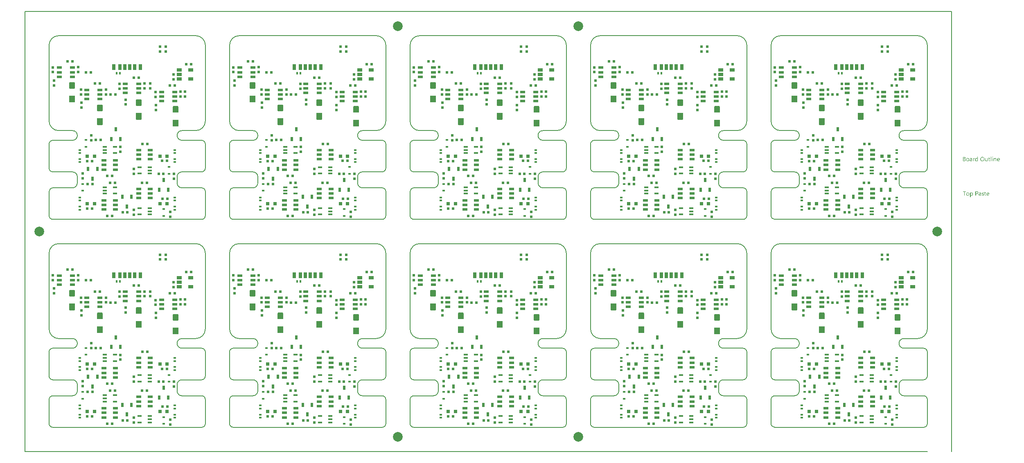
<source format=gtp>
G04*
G04 #@! TF.GenerationSoftware,Altium Limited,Altium Designer,21.5.1 (32)*
G04*
G04 Layer_Color=8421504*
%FSAX25Y25*%
%MOIN*%
G70*
G04*
G04 #@! TF.SameCoordinates,E99C0FF3-4C0A-44BC-87B1-091C8A248283*
G04*
G04*
G04 #@! TF.FilePolarity,Positive*
G04*
G01*
G75*
%ADD10C,0.07874*%
%ADD11R,0.04331X0.05315*%
%ADD12R,0.01968X0.02165*%
%ADD13R,0.02165X0.01968*%
%ADD18R,0.03937X0.02362*%
%ADD19R,0.03150X0.04724*%
%ADD20R,0.02992X0.04724*%
%ADD21R,0.02756X0.04724*%
%ADD24R,0.02165X0.01968*%
%ADD25R,0.02362X0.03543*%
%ADD26R,0.03543X0.01575*%
%ADD27R,0.04724X0.05118*%
%ADD28R,0.04724X0.05315*%
%ADD29R,0.01968X0.02165*%
%ADD30R,0.01181X0.02165*%
%ADD33R,0.02165X0.01181*%
%ADD34R,0.03937X0.02756*%
%ADD40C,0.00787*%
%ADD57R,0.02756X0.02756*%
%ADD58R,0.02362X0.01575*%
G36*
X0768500Y0220551D02*
X0768525D01*
X0768581Y0220526D01*
X0768612Y0220508D01*
X0768643Y0220483D01*
X0768649Y0220477D01*
X0768655Y0220470D01*
X0768686Y0220433D01*
X0768711Y0220371D01*
X0768717Y0220334D01*
X0768723Y0220297D01*
Y0220291D01*
Y0220279D01*
X0768717Y0220260D01*
X0768711Y0220235D01*
X0768692Y0220173D01*
X0768668Y0220142D01*
X0768643Y0220111D01*
X0768637D01*
X0768630Y0220099D01*
X0768593Y0220074D01*
X0768538Y0220050D01*
X0768500Y0220043D01*
X0768463Y0220037D01*
X0768445D01*
X0768426Y0220043D01*
X0768401D01*
X0768339Y0220068D01*
X0768308Y0220080D01*
X0768278Y0220105D01*
Y0220111D01*
X0768265Y0220118D01*
X0768253Y0220136D01*
X0768240Y0220155D01*
X0768216Y0220217D01*
X0768210Y0220254D01*
X0768203Y0220297D01*
Y0220303D01*
Y0220316D01*
X0768210Y0220334D01*
X0768216Y0220365D01*
X0768234Y0220421D01*
X0768253Y0220452D01*
X0768278Y0220483D01*
X0768284Y0220489D01*
X0768290Y0220495D01*
X0768327Y0220520D01*
X0768389Y0220545D01*
X0768426Y0220557D01*
X0768482D01*
X0768500Y0220551D01*
D02*
G37*
G36*
X0756510Y0216886D02*
X0756108D01*
Y0217307D01*
X0756096D01*
Y0217301D01*
X0756083Y0217289D01*
X0756065Y0217264D01*
X0756046Y0217233D01*
X0756015Y0217196D01*
X0755978Y0217159D01*
X0755935Y0217115D01*
X0755885Y0217072D01*
X0755829Y0217023D01*
X0755761Y0216979D01*
X0755693Y0216942D01*
X0755613Y0216905D01*
X0755532Y0216874D01*
X0755440Y0216849D01*
X0755340Y0216837D01*
X0755235Y0216831D01*
X0755192D01*
X0755155Y0216837D01*
X0755118Y0216843D01*
X0755068Y0216849D01*
X0754963Y0216874D01*
X0754839Y0216911D01*
X0754715Y0216973D01*
X0754647Y0217010D01*
X0754592Y0217054D01*
X0754530Y0217109D01*
X0754474Y0217165D01*
Y0217171D01*
X0754461Y0217183D01*
X0754449Y0217202D01*
X0754431Y0217227D01*
X0754412Y0217258D01*
X0754387Y0217301D01*
X0754362Y0217351D01*
X0754338Y0217406D01*
X0754307Y0217468D01*
X0754282Y0217536D01*
X0754257Y0217611D01*
X0754239Y0217691D01*
X0754220Y0217778D01*
X0754208Y0217877D01*
X0754202Y0217976D01*
X0754195Y0218081D01*
Y0218087D01*
Y0218106D01*
Y0218143D01*
X0754202Y0218186D01*
X0754208Y0218236D01*
X0754214Y0218298D01*
X0754220Y0218366D01*
X0754233Y0218440D01*
X0754270Y0218601D01*
X0754325Y0218768D01*
X0754362Y0218849D01*
X0754406Y0218929D01*
X0754449Y0219003D01*
X0754505Y0219078D01*
X0754511Y0219084D01*
X0754517Y0219096D01*
X0754536Y0219115D01*
X0754561Y0219140D01*
X0754592Y0219164D01*
X0754635Y0219195D01*
X0754678Y0219232D01*
X0754728Y0219270D01*
X0754851Y0219338D01*
X0754994Y0219400D01*
X0755074Y0219418D01*
X0755161Y0219437D01*
X0755248Y0219449D01*
X0755347Y0219455D01*
X0755396D01*
X0755433Y0219449D01*
X0755471Y0219443D01*
X0755520Y0219437D01*
X0755631Y0219406D01*
X0755755Y0219356D01*
X0755817Y0219325D01*
X0755879Y0219282D01*
X0755941Y0219239D01*
X0755997Y0219183D01*
X0756046Y0219121D01*
X0756096Y0219047D01*
X0756108D01*
Y0220607D01*
X0756510D01*
Y0216886D01*
D02*
G37*
G36*
X0770778Y0219449D02*
X0770853Y0219443D01*
X0770946Y0219424D01*
X0771044Y0219393D01*
X0771150Y0219344D01*
X0771255Y0219276D01*
X0771298Y0219239D01*
X0771342Y0219189D01*
X0771354Y0219177D01*
X0771379Y0219140D01*
X0771410Y0219078D01*
X0771453Y0218991D01*
X0771490Y0218886D01*
X0771527Y0218756D01*
X0771552Y0218601D01*
X0771558Y0218422D01*
Y0216886D01*
X0771156D01*
Y0218316D01*
Y0218322D01*
Y0218354D01*
X0771150Y0218391D01*
Y0218440D01*
X0771137Y0218502D01*
X0771125Y0218570D01*
X0771106Y0218644D01*
X0771082Y0218719D01*
X0771051Y0218793D01*
X0771014Y0218861D01*
X0770964Y0218929D01*
X0770908Y0218991D01*
X0770846Y0219040D01*
X0770766Y0219078D01*
X0770679Y0219109D01*
X0770574Y0219115D01*
X0770562D01*
X0770525Y0219109D01*
X0770469Y0219102D01*
X0770401Y0219084D01*
X0770320Y0219059D01*
X0770234Y0219016D01*
X0770153Y0218960D01*
X0770073Y0218886D01*
X0770066Y0218873D01*
X0770042Y0218849D01*
X0770011Y0218799D01*
X0769974Y0218731D01*
X0769937Y0218651D01*
X0769906Y0218551D01*
X0769881Y0218440D01*
X0769875Y0218316D01*
Y0216886D01*
X0769472D01*
Y0219400D01*
X0769875D01*
Y0218979D01*
X0769887D01*
X0769893Y0218985D01*
X0769899Y0218997D01*
X0769918Y0219022D01*
X0769943Y0219053D01*
X0769968Y0219090D01*
X0770005Y0219127D01*
X0770048Y0219170D01*
X0770097Y0219220D01*
X0770153Y0219263D01*
X0770215Y0219307D01*
X0770283Y0219344D01*
X0770357Y0219381D01*
X0770432Y0219412D01*
X0770518Y0219437D01*
X0770611Y0219449D01*
X0770710Y0219455D01*
X0770747D01*
X0770778Y0219449D01*
D02*
G37*
G36*
X0753781Y0219437D02*
X0753855Y0219430D01*
X0753898Y0219418D01*
X0753929Y0219406D01*
Y0218991D01*
X0753923Y0218997D01*
X0753911Y0219003D01*
X0753886Y0219016D01*
X0753855Y0219034D01*
X0753812Y0219047D01*
X0753756Y0219059D01*
X0753694Y0219065D01*
X0753626Y0219072D01*
X0753614D01*
X0753582Y0219065D01*
X0753533Y0219059D01*
X0753477Y0219040D01*
X0753403Y0219010D01*
X0753335Y0218966D01*
X0753261Y0218904D01*
X0753193Y0218824D01*
X0753186Y0218811D01*
X0753168Y0218781D01*
X0753137Y0218725D01*
X0753106Y0218651D01*
X0753075Y0218558D01*
X0753044Y0218440D01*
X0753025Y0218310D01*
X0753019Y0218162D01*
Y0216886D01*
X0752617D01*
Y0219400D01*
X0753019D01*
Y0218880D01*
X0753032D01*
Y0218886D01*
X0753038Y0218892D01*
X0753050Y0218923D01*
X0753069Y0218972D01*
X0753100Y0219034D01*
X0753131Y0219096D01*
X0753180Y0219164D01*
X0753230Y0219232D01*
X0753292Y0219294D01*
X0753298Y0219301D01*
X0753323Y0219319D01*
X0753360Y0219344D01*
X0753409Y0219369D01*
X0753465Y0219393D01*
X0753533Y0219418D01*
X0753607Y0219437D01*
X0753688Y0219443D01*
X0753744D01*
X0753781Y0219437D01*
D02*
G37*
G36*
X0764520Y0216886D02*
X0764118D01*
Y0217283D01*
X0764106D01*
Y0217276D01*
X0764093Y0217264D01*
X0764081Y0217239D01*
X0764056Y0217214D01*
X0764000Y0217140D01*
X0763914Y0217060D01*
X0763864Y0217016D01*
X0763808Y0216973D01*
X0763747Y0216936D01*
X0763672Y0216899D01*
X0763598Y0216874D01*
X0763518Y0216849D01*
X0763425Y0216837D01*
X0763332Y0216831D01*
X0763295D01*
X0763251Y0216837D01*
X0763189Y0216849D01*
X0763121Y0216862D01*
X0763047Y0216886D01*
X0762967Y0216917D01*
X0762886Y0216967D01*
X0762799Y0217023D01*
X0762719Y0217091D01*
X0762645Y0217177D01*
X0762577Y0217283D01*
X0762515Y0217400D01*
X0762471Y0217543D01*
X0762447Y0217710D01*
X0762434Y0217796D01*
Y0217895D01*
Y0219400D01*
X0762830D01*
Y0217957D01*
Y0217951D01*
Y0217926D01*
X0762837Y0217883D01*
X0762843Y0217833D01*
X0762849Y0217772D01*
X0762861Y0217710D01*
X0762880Y0217635D01*
X0762905Y0217561D01*
X0762942Y0217487D01*
X0762979Y0217419D01*
X0763028Y0217351D01*
X0763090Y0217289D01*
X0763158Y0217239D01*
X0763239Y0217202D01*
X0763338Y0217171D01*
X0763443Y0217165D01*
X0763456D01*
X0763493Y0217171D01*
X0763548Y0217177D01*
X0763610Y0217190D01*
X0763691Y0217221D01*
X0763771Y0217258D01*
X0763852Y0217307D01*
X0763926Y0217382D01*
X0763932Y0217394D01*
X0763957Y0217419D01*
X0763988Y0217468D01*
X0764025Y0217536D01*
X0764056Y0217617D01*
X0764087Y0217716D01*
X0764112Y0217827D01*
X0764118Y0217951D01*
Y0219400D01*
X0764520D01*
Y0216886D01*
D02*
G37*
G36*
X0768655D02*
X0768253D01*
Y0219400D01*
X0768655D01*
Y0216886D01*
D02*
G37*
G36*
X0767436D02*
X0767033D01*
Y0220607D01*
X0767436D01*
Y0216886D01*
D02*
G37*
G36*
X0751057Y0219449D02*
X0751113Y0219443D01*
X0751181Y0219424D01*
X0751255Y0219406D01*
X0751335Y0219375D01*
X0751422Y0219338D01*
X0751503Y0219288D01*
X0751583Y0219226D01*
X0751657Y0219152D01*
X0751725Y0219059D01*
X0751781Y0218954D01*
X0751825Y0218830D01*
X0751849Y0218688D01*
X0751862Y0218521D01*
Y0216886D01*
X0751459D01*
Y0217276D01*
X0751447D01*
Y0217270D01*
X0751435Y0217258D01*
X0751422Y0217233D01*
X0751398Y0217208D01*
X0751335Y0217134D01*
X0751255Y0217054D01*
X0751144Y0216973D01*
X0751014Y0216899D01*
X0750933Y0216874D01*
X0750853Y0216849D01*
X0750766Y0216837D01*
X0750673Y0216831D01*
X0750636D01*
X0750611Y0216837D01*
X0750543Y0216843D01*
X0750463Y0216856D01*
X0750364Y0216880D01*
X0750271Y0216911D01*
X0750172Y0216961D01*
X0750085Y0217023D01*
X0750079Y0217035D01*
X0750054Y0217060D01*
X0750017Y0217103D01*
X0749980Y0217165D01*
X0749943Y0217239D01*
X0749906Y0217326D01*
X0749881Y0217431D01*
X0749875Y0217549D01*
Y0217555D01*
Y0217580D01*
X0749881Y0217617D01*
X0749887Y0217660D01*
X0749899Y0217716D01*
X0749918Y0217778D01*
X0749943Y0217846D01*
X0749980Y0217914D01*
X0750023Y0217988D01*
X0750079Y0218062D01*
X0750147Y0218131D01*
X0750227Y0218193D01*
X0750320Y0218254D01*
X0750432Y0218304D01*
X0750556Y0218341D01*
X0750704Y0218372D01*
X0751459Y0218477D01*
Y0218483D01*
Y0218502D01*
X0751453Y0218539D01*
Y0218576D01*
X0751441Y0218626D01*
X0751435Y0218682D01*
X0751398Y0218799D01*
X0751367Y0218855D01*
X0751335Y0218911D01*
X0751292Y0218966D01*
X0751243Y0219016D01*
X0751181Y0219059D01*
X0751113Y0219090D01*
X0751032Y0219109D01*
X0750939Y0219115D01*
X0750896D01*
X0750865Y0219109D01*
X0750822D01*
X0750778Y0219096D01*
X0750667Y0219078D01*
X0750543Y0219040D01*
X0750407Y0218985D01*
X0750333Y0218948D01*
X0750265Y0218911D01*
X0750190Y0218861D01*
X0750122Y0218805D01*
Y0219220D01*
X0750129D01*
X0750141Y0219232D01*
X0750160Y0219245D01*
X0750190Y0219257D01*
X0750221Y0219276D01*
X0750265Y0219294D01*
X0750314Y0219313D01*
X0750370Y0219338D01*
X0750494Y0219381D01*
X0750642Y0219418D01*
X0750803Y0219443D01*
X0750977Y0219455D01*
X0751014D01*
X0751057Y0219449D01*
D02*
G37*
G36*
X0745368Y0220396D02*
X0745412D01*
X0745455Y0220390D01*
X0745554Y0220378D01*
X0745672Y0220347D01*
X0745795Y0220309D01*
X0745913Y0220254D01*
X0746018Y0220180D01*
X0746025D01*
X0746031Y0220167D01*
X0746062Y0220142D01*
X0746105Y0220093D01*
X0746154Y0220025D01*
X0746198Y0219938D01*
X0746241Y0219839D01*
X0746272Y0219728D01*
X0746284Y0219666D01*
Y0219598D01*
Y0219591D01*
Y0219585D01*
Y0219548D01*
X0746278Y0219492D01*
X0746266Y0219424D01*
X0746247Y0219338D01*
X0746216Y0219251D01*
X0746179Y0219164D01*
X0746124Y0219078D01*
X0746117Y0219065D01*
X0746093Y0219040D01*
X0746056Y0219003D01*
X0746006Y0218954D01*
X0745944Y0218904D01*
X0745870Y0218849D01*
X0745777Y0218805D01*
X0745678Y0218762D01*
Y0218756D01*
X0745696D01*
X0745715Y0218750D01*
X0745734Y0218743D01*
X0745802Y0218731D01*
X0745882Y0218706D01*
X0745969Y0218669D01*
X0746062Y0218626D01*
X0746154Y0218564D01*
X0746241Y0218483D01*
X0746254Y0218471D01*
X0746278Y0218440D01*
X0746309Y0218397D01*
X0746353Y0218329D01*
X0746390Y0218242D01*
X0746427Y0218143D01*
X0746452Y0218025D01*
X0746458Y0217895D01*
Y0217889D01*
Y0217877D01*
Y0217852D01*
X0746452Y0217821D01*
X0746445Y0217784D01*
X0746439Y0217741D01*
X0746415Y0217635D01*
X0746377Y0217518D01*
X0746322Y0217394D01*
X0746284Y0217338D01*
X0746241Y0217276D01*
X0746185Y0217221D01*
X0746130Y0217165D01*
X0746124D01*
X0746117Y0217153D01*
X0746099Y0217140D01*
X0746074Y0217122D01*
X0746043Y0217103D01*
X0746000Y0217078D01*
X0745907Y0217029D01*
X0745789Y0216973D01*
X0745653Y0216930D01*
X0745492Y0216899D01*
X0745412Y0216893D01*
X0745319Y0216886D01*
X0744291D01*
Y0220402D01*
X0745337D01*
X0745368Y0220396D01*
D02*
G37*
G36*
X0765864Y0219400D02*
X0766501D01*
Y0219053D01*
X0765864D01*
Y0217635D01*
Y0217623D01*
Y0217592D01*
X0765870Y0217549D01*
X0765876Y0217493D01*
X0765901Y0217375D01*
X0765919Y0217320D01*
X0765950Y0217276D01*
X0765956Y0217270D01*
X0765969Y0217258D01*
X0765987Y0217245D01*
X0766018Y0217227D01*
X0766055Y0217202D01*
X0766105Y0217190D01*
X0766167Y0217177D01*
X0766235Y0217171D01*
X0766260D01*
X0766291Y0217177D01*
X0766328Y0217183D01*
X0766414Y0217208D01*
X0766458Y0217227D01*
X0766501Y0217252D01*
Y0216905D01*
X0766495D01*
X0766476Y0216893D01*
X0766445Y0216886D01*
X0766402Y0216874D01*
X0766346Y0216862D01*
X0766284Y0216849D01*
X0766210Y0216843D01*
X0766123Y0216837D01*
X0766092D01*
X0766062Y0216843D01*
X0766018Y0216849D01*
X0765969Y0216862D01*
X0765913Y0216874D01*
X0765857Y0216899D01*
X0765795Y0216930D01*
X0765733Y0216967D01*
X0765672Y0217016D01*
X0765616Y0217072D01*
X0765566Y0217146D01*
X0765523Y0217227D01*
X0765492Y0217326D01*
X0765467Y0217437D01*
X0765461Y0217567D01*
Y0219053D01*
X0765034D01*
Y0219400D01*
X0765461D01*
Y0220012D01*
X0765864Y0220142D01*
Y0219400D01*
D02*
G37*
G36*
X0773390Y0219449D02*
X0773434Y0219443D01*
X0773477Y0219437D01*
X0773589Y0219418D01*
X0773712Y0219375D01*
X0773836Y0219319D01*
X0773898Y0219282D01*
X0773960Y0219239D01*
X0774016Y0219189D01*
X0774071Y0219133D01*
X0774078Y0219127D01*
X0774084Y0219121D01*
X0774096Y0219102D01*
X0774115Y0219078D01*
X0774133Y0219040D01*
X0774158Y0219003D01*
X0774183Y0218960D01*
X0774208Y0218904D01*
X0774232Y0218843D01*
X0774257Y0218781D01*
X0774282Y0218706D01*
X0774300Y0218626D01*
X0774319Y0218539D01*
X0774331Y0218453D01*
X0774344Y0218354D01*
Y0218248D01*
Y0218038D01*
X0772567D01*
Y0218032D01*
Y0218019D01*
Y0218001D01*
X0772573Y0217970D01*
X0772580Y0217933D01*
Y0217895D01*
X0772598Y0217796D01*
X0772629Y0217697D01*
X0772666Y0217586D01*
X0772722Y0217481D01*
X0772790Y0217388D01*
X0772802Y0217375D01*
X0772827Y0217351D01*
X0772877Y0217320D01*
X0772945Y0217276D01*
X0773032Y0217233D01*
X0773131Y0217202D01*
X0773248Y0217177D01*
X0773384Y0217165D01*
X0773428D01*
X0773459Y0217171D01*
X0773496D01*
X0773539Y0217177D01*
X0773644Y0217202D01*
X0773762Y0217233D01*
X0773892Y0217283D01*
X0774028Y0217351D01*
X0774096Y0217394D01*
X0774164Y0217443D01*
Y0217066D01*
X0774158D01*
X0774152Y0217054D01*
X0774133Y0217047D01*
X0774102Y0217029D01*
X0774071Y0217010D01*
X0774034Y0216992D01*
X0773985Y0216973D01*
X0773935Y0216948D01*
X0773873Y0216924D01*
X0773805Y0216905D01*
X0773657Y0216868D01*
X0773483Y0216843D01*
X0773291Y0216831D01*
X0773242D01*
X0773205Y0216837D01*
X0773162Y0216843D01*
X0773106Y0216849D01*
X0772988Y0216874D01*
X0772852Y0216911D01*
X0772716Y0216973D01*
X0772648Y0217016D01*
X0772580Y0217060D01*
X0772518Y0217109D01*
X0772456Y0217171D01*
X0772450Y0217177D01*
X0772443Y0217190D01*
X0772431Y0217208D01*
X0772406Y0217233D01*
X0772388Y0217270D01*
X0772363Y0217314D01*
X0772332Y0217363D01*
X0772307Y0217419D01*
X0772276Y0217481D01*
X0772252Y0217555D01*
X0772221Y0217635D01*
X0772202Y0217722D01*
X0772184Y0217815D01*
X0772165Y0217914D01*
X0772159Y0218019D01*
X0772153Y0218131D01*
Y0218137D01*
Y0218155D01*
Y0218186D01*
X0772159Y0218230D01*
X0772165Y0218279D01*
X0772171Y0218335D01*
X0772177Y0218403D01*
X0772196Y0218471D01*
X0772233Y0218620D01*
X0772289Y0218781D01*
X0772326Y0218861D01*
X0772375Y0218935D01*
X0772425Y0219016D01*
X0772481Y0219084D01*
X0772487Y0219090D01*
X0772499Y0219102D01*
X0772518Y0219121D01*
X0772542Y0219140D01*
X0772573Y0219170D01*
X0772611Y0219201D01*
X0772660Y0219232D01*
X0772710Y0219270D01*
X0772827Y0219338D01*
X0772970Y0219400D01*
X0773050Y0219418D01*
X0773131Y0219437D01*
X0773217Y0219449D01*
X0773310Y0219455D01*
X0773360D01*
X0773390Y0219449D01*
D02*
G37*
G36*
X0760348Y0220458D02*
X0760410Y0220452D01*
X0760484Y0220440D01*
X0760565Y0220421D01*
X0760651Y0220402D01*
X0760738Y0220378D01*
X0760837Y0220347D01*
X0760930Y0220303D01*
X0761029Y0220254D01*
X0761128Y0220198D01*
X0761221Y0220130D01*
X0761314Y0220056D01*
X0761401Y0219969D01*
X0761407Y0219963D01*
X0761419Y0219944D01*
X0761444Y0219919D01*
X0761469Y0219882D01*
X0761506Y0219833D01*
X0761543Y0219771D01*
X0761580Y0219703D01*
X0761623Y0219629D01*
X0761667Y0219536D01*
X0761704Y0219443D01*
X0761741Y0219338D01*
X0761778Y0219220D01*
X0761803Y0219102D01*
X0761828Y0218972D01*
X0761840Y0218830D01*
X0761846Y0218688D01*
Y0218675D01*
Y0218651D01*
Y0218607D01*
X0761840Y0218545D01*
X0761834Y0218471D01*
X0761821Y0218391D01*
X0761809Y0218298D01*
X0761791Y0218193D01*
X0761766Y0218087D01*
X0761735Y0217976D01*
X0761698Y0217864D01*
X0761654Y0217753D01*
X0761599Y0217635D01*
X0761537Y0217530D01*
X0761469Y0217425D01*
X0761388Y0217326D01*
X0761382Y0217320D01*
X0761370Y0217307D01*
X0761339Y0217283D01*
X0761308Y0217252D01*
X0761258Y0217208D01*
X0761202Y0217171D01*
X0761140Y0217122D01*
X0761066Y0217078D01*
X0760986Y0217035D01*
X0760893Y0216986D01*
X0760794Y0216948D01*
X0760682Y0216911D01*
X0760565Y0216874D01*
X0760441Y0216849D01*
X0760311Y0216837D01*
X0760169Y0216831D01*
X0760138D01*
X0760094Y0216837D01*
X0760045D01*
X0759983Y0216843D01*
X0759909Y0216856D01*
X0759828Y0216874D01*
X0759735Y0216893D01*
X0759643Y0216917D01*
X0759544Y0216948D01*
X0759444Y0216992D01*
X0759345Y0217035D01*
X0759246Y0217091D01*
X0759147Y0217159D01*
X0759055Y0217233D01*
X0758968Y0217320D01*
X0758962Y0217326D01*
X0758949Y0217344D01*
X0758924Y0217369D01*
X0758900Y0217406D01*
X0758863Y0217456D01*
X0758825Y0217518D01*
X0758788Y0217586D01*
X0758745Y0217666D01*
X0758702Y0217753D01*
X0758665Y0217846D01*
X0758627Y0217951D01*
X0758590Y0218069D01*
X0758566Y0218186D01*
X0758541Y0218316D01*
X0758528Y0218459D01*
X0758522Y0218601D01*
Y0218613D01*
Y0218638D01*
X0758528Y0218682D01*
Y0218743D01*
X0758534Y0218811D01*
X0758547Y0218898D01*
X0758559Y0218991D01*
X0758578Y0219090D01*
X0758603Y0219195D01*
X0758634Y0219307D01*
X0758671Y0219418D01*
X0758714Y0219530D01*
X0758770Y0219641D01*
X0758832Y0219752D01*
X0758900Y0219858D01*
X0758980Y0219957D01*
X0758986Y0219963D01*
X0758999Y0219981D01*
X0759030Y0220006D01*
X0759067Y0220037D01*
X0759110Y0220074D01*
X0759166Y0220118D01*
X0759234Y0220161D01*
X0759308Y0220210D01*
X0759395Y0220260D01*
X0759488Y0220303D01*
X0759587Y0220347D01*
X0759698Y0220384D01*
X0759822Y0220415D01*
X0759952Y0220446D01*
X0760088Y0220458D01*
X0760231Y0220464D01*
X0760299D01*
X0760348Y0220458D01*
D02*
G37*
G36*
X0748321Y0219449D02*
X0748364Y0219443D01*
X0748420Y0219437D01*
X0748544Y0219412D01*
X0748686Y0219369D01*
X0748829Y0219307D01*
X0748903Y0219270D01*
X0748971Y0219226D01*
X0749039Y0219170D01*
X0749101Y0219109D01*
X0749107Y0219102D01*
X0749113Y0219090D01*
X0749132Y0219072D01*
X0749151Y0219047D01*
X0749175Y0219010D01*
X0749200Y0218966D01*
X0749231Y0218917D01*
X0749262Y0218861D01*
X0749287Y0218793D01*
X0749318Y0218725D01*
X0749342Y0218644D01*
X0749367Y0218558D01*
X0749386Y0218465D01*
X0749404Y0218366D01*
X0749410Y0218261D01*
X0749417Y0218149D01*
Y0218143D01*
Y0218124D01*
Y0218093D01*
X0749410Y0218050D01*
X0749404Y0218001D01*
X0749398Y0217939D01*
X0749386Y0217877D01*
X0749373Y0217803D01*
X0749336Y0217654D01*
X0749274Y0217493D01*
X0749237Y0217413D01*
X0749188Y0217332D01*
X0749138Y0217258D01*
X0749076Y0217190D01*
X0749070Y0217183D01*
X0749058Y0217177D01*
X0749039Y0217159D01*
X0749014Y0217134D01*
X0748977Y0217109D01*
X0748940Y0217078D01*
X0748890Y0217041D01*
X0748835Y0217010D01*
X0748773Y0216979D01*
X0748705Y0216942D01*
X0748631Y0216911D01*
X0748550Y0216886D01*
X0748463Y0216862D01*
X0748371Y0216849D01*
X0748272Y0216837D01*
X0748166Y0216831D01*
X0748111D01*
X0748073Y0216837D01*
X0748030Y0216843D01*
X0747974Y0216849D01*
X0747913Y0216862D01*
X0747844Y0216874D01*
X0747702Y0216917D01*
X0747553Y0216979D01*
X0747479Y0217016D01*
X0747411Y0217066D01*
X0747343Y0217115D01*
X0747275Y0217177D01*
X0747269Y0217183D01*
X0747262Y0217196D01*
X0747244Y0217214D01*
X0747225Y0217239D01*
X0747201Y0217276D01*
X0747170Y0217320D01*
X0747139Y0217369D01*
X0747114Y0217425D01*
X0747083Y0217493D01*
X0747052Y0217561D01*
X0747021Y0217635D01*
X0746996Y0217722D01*
X0746959Y0217908D01*
X0746953Y0218007D01*
X0746947Y0218112D01*
Y0218118D01*
Y0218143D01*
Y0218174D01*
X0746953Y0218217D01*
X0746959Y0218267D01*
X0746965Y0218329D01*
X0746978Y0218397D01*
X0746990Y0218471D01*
X0747027Y0218632D01*
X0747089Y0218793D01*
X0747132Y0218873D01*
X0747176Y0218954D01*
X0747225Y0219028D01*
X0747287Y0219096D01*
X0747294Y0219102D01*
X0747306Y0219115D01*
X0747324Y0219127D01*
X0747349Y0219152D01*
X0747386Y0219177D01*
X0747430Y0219208D01*
X0747479Y0219245D01*
X0747535Y0219276D01*
X0747597Y0219307D01*
X0747671Y0219344D01*
X0747745Y0219375D01*
X0747832Y0219400D01*
X0747919Y0219424D01*
X0748018Y0219443D01*
X0748123Y0219449D01*
X0748228Y0219455D01*
X0748284D01*
X0748321Y0219449D01*
D02*
G37*
G36*
X0751534Y0191411D02*
X0751577Y0191405D01*
X0751620Y0191399D01*
X0751732Y0191374D01*
X0751856Y0191337D01*
X0751979Y0191275D01*
X0752041Y0191237D01*
X0752103Y0191188D01*
X0752159Y0191139D01*
X0752214Y0191077D01*
X0752221Y0191070D01*
X0752227Y0191064D01*
X0752239Y0191040D01*
X0752258Y0191015D01*
X0752276Y0190984D01*
X0752301Y0190940D01*
X0752326Y0190891D01*
X0752351Y0190841D01*
X0752376Y0190779D01*
X0752400Y0190711D01*
X0752425Y0190637D01*
X0752444Y0190557D01*
X0752474Y0190377D01*
X0752487Y0190278D01*
Y0190173D01*
Y0190167D01*
Y0190148D01*
Y0190111D01*
X0752481Y0190068D01*
Y0190018D01*
X0752468Y0189956D01*
X0752462Y0189888D01*
X0752450Y0189814D01*
X0752413Y0189653D01*
X0752357Y0189486D01*
X0752320Y0189405D01*
X0752283Y0189325D01*
X0752233Y0189244D01*
X0752177Y0189170D01*
X0752171Y0189164D01*
X0752165Y0189152D01*
X0752146Y0189133D01*
X0752122Y0189114D01*
X0752091Y0189083D01*
X0752054Y0189052D01*
X0752010Y0189015D01*
X0751961Y0188984D01*
X0751905Y0188947D01*
X0751843Y0188910D01*
X0751695Y0188854D01*
X0751614Y0188830D01*
X0751534Y0188811D01*
X0751441Y0188799D01*
X0751342Y0188793D01*
X0751292D01*
X0751261Y0188799D01*
X0751218Y0188805D01*
X0751175Y0188817D01*
X0751063Y0188842D01*
X0750946Y0188891D01*
X0750878Y0188929D01*
X0750816Y0188966D01*
X0750754Y0189015D01*
X0750698Y0189071D01*
X0750636Y0189133D01*
X0750587Y0189207D01*
X0750574D01*
Y0187697D01*
X0750172D01*
Y0191361D01*
X0750574D01*
Y0190916D01*
X0750587D01*
X0750593Y0190922D01*
X0750599Y0190940D01*
X0750618Y0190965D01*
X0750642Y0190996D01*
X0750673Y0191033D01*
X0750710Y0191077D01*
X0750754Y0191120D01*
X0750809Y0191169D01*
X0750865Y0191213D01*
X0750927Y0191256D01*
X0751001Y0191299D01*
X0751076Y0191337D01*
X0751162Y0191374D01*
X0751255Y0191399D01*
X0751348Y0191411D01*
X0751453Y0191417D01*
X0751503D01*
X0751534Y0191411D01*
D02*
G37*
G36*
X0760806D02*
X0760887Y0191405D01*
X0760973Y0191392D01*
X0761072Y0191367D01*
X0761171Y0191343D01*
X0761271Y0191306D01*
Y0190897D01*
X0761258Y0190903D01*
X0761221Y0190928D01*
X0761165Y0190953D01*
X0761091Y0190990D01*
X0760998Y0191021D01*
X0760887Y0191052D01*
X0760763Y0191070D01*
X0760633Y0191077D01*
X0760565D01*
X0760503Y0191064D01*
X0760429Y0191052D01*
X0760423D01*
X0760416Y0191046D01*
X0760379Y0191033D01*
X0760330Y0191008D01*
X0760274Y0190978D01*
X0760261Y0190971D01*
X0760237Y0190947D01*
X0760206Y0190910D01*
X0760175Y0190866D01*
X0760169Y0190854D01*
X0760156Y0190823D01*
X0760144Y0190779D01*
X0760138Y0190724D01*
Y0190718D01*
Y0190705D01*
Y0190687D01*
X0760144Y0190668D01*
X0760156Y0190612D01*
X0760175Y0190557D01*
X0760181Y0190544D01*
X0760200Y0190519D01*
X0760237Y0190482D01*
X0760280Y0190439D01*
X0760286D01*
X0760292Y0190433D01*
X0760330Y0190408D01*
X0760379Y0190377D01*
X0760447Y0190346D01*
X0760453D01*
X0760466Y0190340D01*
X0760484Y0190334D01*
X0760515Y0190321D01*
X0760583Y0190297D01*
X0760670Y0190260D01*
X0760676D01*
X0760701Y0190247D01*
X0760732Y0190235D01*
X0760769Y0190222D01*
X0760868Y0190179D01*
X0760967Y0190129D01*
X0760973D01*
X0760992Y0190117D01*
X0761017Y0190105D01*
X0761048Y0190086D01*
X0761122Y0190037D01*
X0761196Y0189975D01*
X0761202Y0189969D01*
X0761215Y0189962D01*
X0761227Y0189944D01*
X0761252Y0189919D01*
X0761295Y0189857D01*
X0761339Y0189777D01*
Y0189770D01*
X0761345Y0189758D01*
X0761357Y0189733D01*
X0761363Y0189702D01*
X0761376Y0189665D01*
X0761382Y0189622D01*
X0761388Y0189517D01*
Y0189511D01*
Y0189486D01*
X0761382Y0189449D01*
X0761376Y0189405D01*
X0761370Y0189356D01*
X0761351Y0189300D01*
X0761332Y0189251D01*
X0761302Y0189195D01*
X0761295Y0189189D01*
X0761289Y0189170D01*
X0761271Y0189145D01*
X0761246Y0189114D01*
X0761215Y0189077D01*
X0761178Y0189040D01*
X0761085Y0188966D01*
X0761079Y0188960D01*
X0761060Y0188953D01*
X0761035Y0188935D01*
X0760992Y0188916D01*
X0760949Y0188891D01*
X0760893Y0188873D01*
X0760837Y0188854D01*
X0760769Y0188836D01*
X0760763D01*
X0760738Y0188830D01*
X0760701Y0188823D01*
X0760658Y0188817D01*
X0760596Y0188805D01*
X0760534Y0188799D01*
X0760392Y0188793D01*
X0760330D01*
X0760255Y0188799D01*
X0760162Y0188811D01*
X0760057Y0188830D01*
X0759946Y0188854D01*
X0759834Y0188885D01*
X0759723Y0188935D01*
Y0189368D01*
X0759729D01*
X0759735Y0189356D01*
X0759754Y0189343D01*
X0759779Y0189331D01*
X0759847Y0189294D01*
X0759940Y0189251D01*
X0760045Y0189201D01*
X0760169Y0189164D01*
X0760305Y0189139D01*
X0760447Y0189127D01*
X0760497D01*
X0760528Y0189133D01*
X0760614Y0189145D01*
X0760713Y0189170D01*
X0760806Y0189213D01*
X0760850Y0189244D01*
X0760893Y0189275D01*
X0760924Y0189319D01*
X0760949Y0189362D01*
X0760967Y0189418D01*
X0760973Y0189480D01*
Y0189486D01*
Y0189498D01*
Y0189517D01*
X0760967Y0189535D01*
X0760955Y0189591D01*
X0760930Y0189647D01*
Y0189653D01*
X0760924Y0189659D01*
X0760899Y0189690D01*
X0760862Y0189733D01*
X0760806Y0189770D01*
X0760800D01*
X0760794Y0189783D01*
X0760757Y0189801D01*
X0760701Y0189839D01*
X0760627Y0189869D01*
X0760621D01*
X0760608Y0189876D01*
X0760590Y0189888D01*
X0760559Y0189901D01*
X0760491Y0189925D01*
X0760404Y0189962D01*
X0760398D01*
X0760373Y0189975D01*
X0760342Y0189987D01*
X0760305Y0189999D01*
X0760206Y0190043D01*
X0760107Y0190092D01*
X0760101Y0190099D01*
X0760088Y0190105D01*
X0760064Y0190117D01*
X0760033Y0190136D01*
X0759964Y0190185D01*
X0759896Y0190241D01*
X0759890Y0190247D01*
X0759884Y0190253D01*
X0759865Y0190272D01*
X0759847Y0190297D01*
X0759803Y0190358D01*
X0759766Y0190433D01*
Y0190439D01*
X0759760Y0190451D01*
X0759754Y0190476D01*
X0759748Y0190507D01*
X0759742Y0190544D01*
X0759735Y0190588D01*
X0759729Y0190693D01*
Y0190699D01*
Y0190724D01*
X0759735Y0190755D01*
X0759742Y0190798D01*
X0759748Y0190848D01*
X0759766Y0190897D01*
X0759785Y0190953D01*
X0759810Y0191002D01*
X0759816Y0191008D01*
X0759822Y0191027D01*
X0759841Y0191052D01*
X0759865Y0191083D01*
X0759934Y0191157D01*
X0760020Y0191231D01*
X0760026Y0191237D01*
X0760045Y0191244D01*
X0760070Y0191262D01*
X0760113Y0191281D01*
X0760156Y0191306D01*
X0760206Y0191330D01*
X0760330Y0191367D01*
X0760336D01*
X0760361Y0191374D01*
X0760392Y0191386D01*
X0760441Y0191392D01*
X0760491Y0191405D01*
X0760553Y0191411D01*
X0760689Y0191417D01*
X0760744D01*
X0760806Y0191411D01*
D02*
G37*
G36*
X0758312D02*
X0758367Y0191405D01*
X0758435Y0191386D01*
X0758510Y0191367D01*
X0758590Y0191337D01*
X0758677Y0191299D01*
X0758757Y0191250D01*
X0758838Y0191188D01*
X0758912Y0191114D01*
X0758980Y0191021D01*
X0759036Y0190916D01*
X0759079Y0190792D01*
X0759104Y0190649D01*
X0759116Y0190482D01*
Y0188848D01*
X0758714D01*
Y0189238D01*
X0758702D01*
Y0189232D01*
X0758689Y0189220D01*
X0758677Y0189195D01*
X0758652Y0189170D01*
X0758590Y0189096D01*
X0758510Y0189015D01*
X0758398Y0188935D01*
X0758268Y0188861D01*
X0758188Y0188836D01*
X0758107Y0188811D01*
X0758021Y0188799D01*
X0757928Y0188793D01*
X0757891D01*
X0757866Y0188799D01*
X0757798Y0188805D01*
X0757717Y0188817D01*
X0757618Y0188842D01*
X0757526Y0188873D01*
X0757427Y0188923D01*
X0757340Y0188984D01*
X0757334Y0188997D01*
X0757309Y0189022D01*
X0757272Y0189065D01*
X0757235Y0189127D01*
X0757198Y0189201D01*
X0757160Y0189288D01*
X0757136Y0189393D01*
X0757129Y0189511D01*
Y0189517D01*
Y0189541D01*
X0757136Y0189579D01*
X0757142Y0189622D01*
X0757154Y0189678D01*
X0757173Y0189740D01*
X0757198Y0189808D01*
X0757235Y0189876D01*
X0757278Y0189950D01*
X0757334Y0190024D01*
X0757402Y0190092D01*
X0757482Y0190154D01*
X0757575Y0190216D01*
X0757687Y0190266D01*
X0757810Y0190303D01*
X0757959Y0190334D01*
X0758714Y0190439D01*
Y0190445D01*
Y0190464D01*
X0758708Y0190501D01*
Y0190538D01*
X0758696Y0190588D01*
X0758689Y0190643D01*
X0758652Y0190761D01*
X0758621Y0190817D01*
X0758590Y0190872D01*
X0758547Y0190928D01*
X0758497Y0190978D01*
X0758435Y0191021D01*
X0758367Y0191052D01*
X0758287Y0191070D01*
X0758194Y0191077D01*
X0758151D01*
X0758120Y0191070D01*
X0758076D01*
X0758033Y0191058D01*
X0757922Y0191040D01*
X0757798Y0191002D01*
X0757662Y0190947D01*
X0757587Y0190910D01*
X0757519Y0190872D01*
X0757445Y0190823D01*
X0757377Y0190767D01*
Y0191182D01*
X0757383D01*
X0757396Y0191194D01*
X0757414Y0191207D01*
X0757445Y0191219D01*
X0757476Y0191237D01*
X0757519Y0191256D01*
X0757569Y0191275D01*
X0757625Y0191299D01*
X0757748Y0191343D01*
X0757897Y0191380D01*
X0758058Y0191405D01*
X0758231Y0191417D01*
X0758268D01*
X0758312Y0191411D01*
D02*
G37*
G36*
X0755613Y0192358D02*
X0755662D01*
X0755712Y0192352D01*
X0755842Y0192327D01*
X0755978Y0192296D01*
X0756127Y0192246D01*
X0756269Y0192178D01*
X0756331Y0192135D01*
X0756393Y0192086D01*
X0756399D01*
X0756405Y0192073D01*
X0756424Y0192055D01*
X0756442Y0192036D01*
X0756492Y0191974D01*
X0756554Y0191887D01*
X0756609Y0191776D01*
X0756659Y0191646D01*
X0756696Y0191491D01*
X0756702Y0191405D01*
X0756708Y0191312D01*
Y0191306D01*
Y0191287D01*
Y0191262D01*
X0756702Y0191231D01*
X0756696Y0191188D01*
X0756690Y0191139D01*
X0756665Y0191021D01*
X0756622Y0190891D01*
X0756560Y0190755D01*
X0756523Y0190687D01*
X0756479Y0190619D01*
X0756424Y0190550D01*
X0756362Y0190489D01*
X0756356Y0190482D01*
X0756343Y0190476D01*
X0756325Y0190458D01*
X0756300Y0190439D01*
X0756263Y0190414D01*
X0756219Y0190390D01*
X0756170Y0190358D01*
X0756114Y0190334D01*
X0756052Y0190303D01*
X0755984Y0190272D01*
X0755904Y0190247D01*
X0755823Y0190222D01*
X0755638Y0190185D01*
X0755539Y0190179D01*
X0755433Y0190173D01*
X0754969D01*
Y0188848D01*
X0754554D01*
Y0192364D01*
X0755576D01*
X0755613Y0192358D01*
D02*
G37*
G36*
X0746730Y0191993D02*
X0745715D01*
Y0188848D01*
X0745306D01*
Y0191993D01*
X0744291D01*
Y0192364D01*
X0746730D01*
Y0191993D01*
D02*
G37*
G36*
X0762539Y0191361D02*
X0763177D01*
Y0191015D01*
X0762539D01*
Y0189597D01*
Y0189585D01*
Y0189554D01*
X0762546Y0189511D01*
X0762552Y0189455D01*
X0762577Y0189337D01*
X0762595Y0189281D01*
X0762626Y0189238D01*
X0762632Y0189232D01*
X0762645Y0189220D01*
X0762663Y0189207D01*
X0762694Y0189189D01*
X0762731Y0189164D01*
X0762781Y0189152D01*
X0762843Y0189139D01*
X0762911Y0189133D01*
X0762936D01*
X0762967Y0189139D01*
X0763004Y0189145D01*
X0763090Y0189170D01*
X0763134Y0189189D01*
X0763177Y0189213D01*
Y0188867D01*
X0763171D01*
X0763152Y0188854D01*
X0763121Y0188848D01*
X0763078Y0188836D01*
X0763022Y0188823D01*
X0762960Y0188811D01*
X0762886Y0188805D01*
X0762799Y0188799D01*
X0762769D01*
X0762738Y0188805D01*
X0762694Y0188811D01*
X0762645Y0188823D01*
X0762589Y0188836D01*
X0762533Y0188861D01*
X0762471Y0188891D01*
X0762409Y0188929D01*
X0762348Y0188978D01*
X0762292Y0189034D01*
X0762242Y0189108D01*
X0762199Y0189189D01*
X0762168Y0189288D01*
X0762143Y0189399D01*
X0762137Y0189529D01*
Y0191015D01*
X0761710D01*
Y0191361D01*
X0762137D01*
Y0191974D01*
X0762539Y0192104D01*
Y0191361D01*
D02*
G37*
G36*
X0764780Y0191411D02*
X0764824Y0191405D01*
X0764867Y0191399D01*
X0764978Y0191380D01*
X0765102Y0191337D01*
X0765226Y0191281D01*
X0765288Y0191244D01*
X0765350Y0191200D01*
X0765405Y0191151D01*
X0765461Y0191095D01*
X0765467Y0191089D01*
X0765474Y0191083D01*
X0765486Y0191064D01*
X0765505Y0191040D01*
X0765523Y0191002D01*
X0765548Y0190965D01*
X0765573Y0190922D01*
X0765597Y0190866D01*
X0765622Y0190804D01*
X0765647Y0190742D01*
X0765672Y0190668D01*
X0765690Y0190588D01*
X0765709Y0190501D01*
X0765721Y0190414D01*
X0765733Y0190315D01*
Y0190210D01*
Y0189999D01*
X0763957D01*
Y0189993D01*
Y0189981D01*
Y0189962D01*
X0763963Y0189931D01*
X0763969Y0189894D01*
Y0189857D01*
X0763988Y0189758D01*
X0764019Y0189659D01*
X0764056Y0189548D01*
X0764112Y0189442D01*
X0764180Y0189350D01*
X0764192Y0189337D01*
X0764217Y0189312D01*
X0764266Y0189281D01*
X0764335Y0189238D01*
X0764421Y0189195D01*
X0764520Y0189164D01*
X0764638Y0189139D01*
X0764774Y0189127D01*
X0764817D01*
X0764848Y0189133D01*
X0764886D01*
X0764929Y0189139D01*
X0765034Y0189164D01*
X0765152Y0189195D01*
X0765282Y0189244D01*
X0765418Y0189312D01*
X0765486Y0189356D01*
X0765554Y0189405D01*
Y0189028D01*
X0765548D01*
X0765542Y0189015D01*
X0765523Y0189009D01*
X0765492Y0188991D01*
X0765461Y0188972D01*
X0765424Y0188953D01*
X0765375Y0188935D01*
X0765325Y0188910D01*
X0765263Y0188885D01*
X0765195Y0188867D01*
X0765046Y0188830D01*
X0764873Y0188805D01*
X0764681Y0188793D01*
X0764632D01*
X0764595Y0188799D01*
X0764551Y0188805D01*
X0764496Y0188811D01*
X0764378Y0188836D01*
X0764242Y0188873D01*
X0764106Y0188935D01*
X0764037Y0188978D01*
X0763969Y0189022D01*
X0763907Y0189071D01*
X0763845Y0189133D01*
X0763839Y0189139D01*
X0763833Y0189152D01*
X0763821Y0189170D01*
X0763796Y0189195D01*
X0763777Y0189232D01*
X0763753Y0189275D01*
X0763722Y0189325D01*
X0763697Y0189381D01*
X0763666Y0189442D01*
X0763641Y0189517D01*
X0763610Y0189597D01*
X0763592Y0189684D01*
X0763573Y0189777D01*
X0763555Y0189876D01*
X0763548Y0189981D01*
X0763542Y0190092D01*
Y0190099D01*
Y0190117D01*
Y0190148D01*
X0763548Y0190191D01*
X0763555Y0190241D01*
X0763561Y0190297D01*
X0763567Y0190365D01*
X0763586Y0190433D01*
X0763623Y0190581D01*
X0763678Y0190742D01*
X0763716Y0190823D01*
X0763765Y0190897D01*
X0763815Y0190978D01*
X0763870Y0191046D01*
X0763876Y0191052D01*
X0763889Y0191064D01*
X0763907Y0191083D01*
X0763932Y0191101D01*
X0763963Y0191132D01*
X0764000Y0191163D01*
X0764050Y0191194D01*
X0764099Y0191231D01*
X0764217Y0191299D01*
X0764359Y0191361D01*
X0764440Y0191380D01*
X0764520Y0191399D01*
X0764607Y0191411D01*
X0764700Y0191417D01*
X0764749D01*
X0764780Y0191411D01*
D02*
G37*
G36*
X0748432D02*
X0748476Y0191405D01*
X0748531Y0191399D01*
X0748655Y0191374D01*
X0748798Y0191330D01*
X0748940Y0191269D01*
X0749014Y0191231D01*
X0749082Y0191188D01*
X0749151Y0191132D01*
X0749212Y0191070D01*
X0749219Y0191064D01*
X0749225Y0191052D01*
X0749243Y0191033D01*
X0749262Y0191008D01*
X0749287Y0190971D01*
X0749311Y0190928D01*
X0749342Y0190878D01*
X0749373Y0190823D01*
X0749398Y0190755D01*
X0749429Y0190687D01*
X0749454Y0190606D01*
X0749478Y0190519D01*
X0749497Y0190427D01*
X0749516Y0190328D01*
X0749522Y0190222D01*
X0749528Y0190111D01*
Y0190105D01*
Y0190086D01*
Y0190055D01*
X0749522Y0190012D01*
X0749516Y0189962D01*
X0749509Y0189901D01*
X0749497Y0189839D01*
X0749485Y0189764D01*
X0749448Y0189616D01*
X0749386Y0189455D01*
X0749349Y0189374D01*
X0749299Y0189294D01*
X0749250Y0189220D01*
X0749188Y0189152D01*
X0749181Y0189145D01*
X0749169Y0189139D01*
X0749151Y0189121D01*
X0749126Y0189096D01*
X0749089Y0189071D01*
X0749051Y0189040D01*
X0749002Y0189003D01*
X0748946Y0188972D01*
X0748884Y0188941D01*
X0748816Y0188904D01*
X0748742Y0188873D01*
X0748662Y0188848D01*
X0748575Y0188823D01*
X0748482Y0188811D01*
X0748383Y0188799D01*
X0748278Y0188793D01*
X0748222D01*
X0748185Y0188799D01*
X0748141Y0188805D01*
X0748086Y0188811D01*
X0748024Y0188823D01*
X0747956Y0188836D01*
X0747813Y0188879D01*
X0747665Y0188941D01*
X0747591Y0188978D01*
X0747522Y0189028D01*
X0747454Y0189077D01*
X0747386Y0189139D01*
X0747380Y0189145D01*
X0747374Y0189158D01*
X0747355Y0189176D01*
X0747337Y0189201D01*
X0747312Y0189238D01*
X0747281Y0189281D01*
X0747250Y0189331D01*
X0747225Y0189387D01*
X0747194Y0189455D01*
X0747163Y0189523D01*
X0747132Y0189597D01*
X0747108Y0189684D01*
X0747071Y0189869D01*
X0747064Y0189969D01*
X0747058Y0190074D01*
Y0190080D01*
Y0190105D01*
Y0190136D01*
X0747064Y0190179D01*
X0747071Y0190229D01*
X0747077Y0190290D01*
X0747089Y0190358D01*
X0747102Y0190433D01*
X0747139Y0190594D01*
X0747201Y0190755D01*
X0747244Y0190835D01*
X0747287Y0190916D01*
X0747337Y0190990D01*
X0747399Y0191058D01*
X0747405Y0191064D01*
X0747417Y0191077D01*
X0747436Y0191089D01*
X0747461Y0191114D01*
X0747498Y0191139D01*
X0747541Y0191169D01*
X0747591Y0191207D01*
X0747646Y0191237D01*
X0747708Y0191269D01*
X0747783Y0191306D01*
X0747857Y0191337D01*
X0747943Y0191361D01*
X0748030Y0191386D01*
X0748129Y0191405D01*
X0748234Y0191411D01*
X0748340Y0191417D01*
X0748395D01*
X0748432Y0191411D01*
D02*
G37*
%LPC*%
G36*
X0755396Y0219115D02*
X0755359D01*
X0755334Y0219109D01*
X0755266Y0219102D01*
X0755186Y0219084D01*
X0755093Y0219047D01*
X0754994Y0218997D01*
X0754901Y0218935D01*
X0754858Y0218892D01*
X0754814Y0218843D01*
X0754808Y0218830D01*
X0754783Y0218793D01*
X0754746Y0218731D01*
X0754709Y0218651D01*
X0754672Y0218545D01*
X0754635Y0218415D01*
X0754610Y0218267D01*
X0754604Y0218100D01*
Y0218093D01*
Y0218081D01*
Y0218056D01*
X0754610Y0218025D01*
Y0217994D01*
X0754616Y0217951D01*
X0754629Y0217852D01*
X0754653Y0217741D01*
X0754691Y0217629D01*
X0754740Y0217518D01*
X0754808Y0217413D01*
X0754820Y0217400D01*
X0754845Y0217375D01*
X0754889Y0217332D01*
X0754951Y0217289D01*
X0755031Y0217245D01*
X0755124Y0217202D01*
X0755229Y0217177D01*
X0755353Y0217165D01*
X0755384D01*
X0755409Y0217171D01*
X0755471Y0217177D01*
X0755545Y0217196D01*
X0755631Y0217227D01*
X0755724Y0217264D01*
X0755811Y0217326D01*
X0755898Y0217406D01*
X0755904Y0217419D01*
X0755929Y0217450D01*
X0755966Y0217505D01*
X0756003Y0217573D01*
X0756040Y0217660D01*
X0756077Y0217765D01*
X0756102Y0217889D01*
X0756108Y0218019D01*
Y0218391D01*
Y0218397D01*
Y0218403D01*
Y0218440D01*
X0756096Y0218496D01*
X0756083Y0218570D01*
X0756059Y0218651D01*
X0756021Y0218737D01*
X0755972Y0218824D01*
X0755904Y0218904D01*
X0755898Y0218911D01*
X0755867Y0218935D01*
X0755823Y0218972D01*
X0755768Y0219010D01*
X0755693Y0219047D01*
X0755607Y0219084D01*
X0755508Y0219109D01*
X0755396Y0219115D01*
D02*
G37*
G36*
X0751459Y0218155D02*
X0750853Y0218069D01*
X0750840D01*
X0750809Y0218062D01*
X0750760Y0218050D01*
X0750698Y0218038D01*
X0750630Y0218019D01*
X0750556Y0217994D01*
X0750494Y0217970D01*
X0750432Y0217933D01*
X0750426Y0217926D01*
X0750407Y0217914D01*
X0750388Y0217889D01*
X0750364Y0217852D01*
X0750333Y0217803D01*
X0750314Y0217741D01*
X0750296Y0217666D01*
X0750289Y0217580D01*
Y0217573D01*
Y0217549D01*
X0750296Y0217518D01*
X0750308Y0217475D01*
X0750320Y0217425D01*
X0750345Y0217375D01*
X0750376Y0217326D01*
X0750419Y0217276D01*
X0750426Y0217270D01*
X0750444Y0217258D01*
X0750475Y0217239D01*
X0750512Y0217221D01*
X0750562Y0217202D01*
X0750624Y0217183D01*
X0750692Y0217171D01*
X0750772Y0217165D01*
X0750785D01*
X0750822Y0217171D01*
X0750878Y0217177D01*
X0750946Y0217190D01*
X0751020Y0217214D01*
X0751107Y0217252D01*
X0751187Y0217307D01*
X0751261Y0217375D01*
X0751267Y0217388D01*
X0751292Y0217413D01*
X0751323Y0217456D01*
X0751360Y0217518D01*
X0751398Y0217598D01*
X0751428Y0217685D01*
X0751453Y0217790D01*
X0751459Y0217902D01*
Y0218155D01*
D02*
G37*
G36*
X0745177Y0220031D02*
X0744706D01*
Y0218892D01*
X0745183D01*
X0745245Y0218898D01*
X0745319Y0218911D01*
X0745405Y0218929D01*
X0745498Y0218960D01*
X0745579Y0218997D01*
X0745659Y0219053D01*
X0745666Y0219059D01*
X0745690Y0219084D01*
X0745721Y0219121D01*
X0745758Y0219177D01*
X0745789Y0219239D01*
X0745820Y0219319D01*
X0745845Y0219412D01*
X0745851Y0219517D01*
Y0219523D01*
Y0219542D01*
X0745845Y0219567D01*
X0745839Y0219598D01*
X0745814Y0219678D01*
X0745795Y0219728D01*
X0745764Y0219777D01*
X0745734Y0219820D01*
X0745684Y0219870D01*
X0745635Y0219913D01*
X0745567Y0219951D01*
X0745492Y0219981D01*
X0745399Y0220006D01*
X0745294Y0220025D01*
X0745177Y0220031D01*
D02*
G37*
G36*
Y0218521D02*
X0744706D01*
Y0217258D01*
X0745325D01*
X0745387Y0217264D01*
X0745474Y0217276D01*
X0745560Y0217301D01*
X0745653Y0217326D01*
X0745746Y0217369D01*
X0745826Y0217425D01*
X0745833Y0217431D01*
X0745857Y0217456D01*
X0745888Y0217493D01*
X0745926Y0217549D01*
X0745963Y0217617D01*
X0745994Y0217697D01*
X0746018Y0217796D01*
X0746025Y0217902D01*
Y0217908D01*
Y0217926D01*
X0746018Y0217957D01*
X0746012Y0218001D01*
X0746000Y0218044D01*
X0745981Y0218100D01*
X0745956Y0218155D01*
X0745919Y0218211D01*
X0745876Y0218267D01*
X0745820Y0218322D01*
X0745752Y0218378D01*
X0745666Y0218422D01*
X0745573Y0218465D01*
X0745455Y0218496D01*
X0745325Y0218514D01*
X0745177Y0218521D01*
D02*
G37*
G36*
X0773304Y0219115D02*
X0773254D01*
X0773205Y0219102D01*
X0773137Y0219090D01*
X0773062Y0219065D01*
X0772976Y0219028D01*
X0772895Y0218979D01*
X0772815Y0218911D01*
X0772809Y0218904D01*
X0772784Y0218873D01*
X0772753Y0218830D01*
X0772710Y0218768D01*
X0772666Y0218694D01*
X0772629Y0218601D01*
X0772598Y0218496D01*
X0772573Y0218378D01*
X0773929D01*
Y0218384D01*
Y0218397D01*
Y0218409D01*
Y0218434D01*
X0773923Y0218502D01*
X0773911Y0218576D01*
X0773886Y0218669D01*
X0773861Y0218756D01*
X0773818Y0218843D01*
X0773762Y0218923D01*
X0773756Y0218929D01*
X0773731Y0218954D01*
X0773694Y0218985D01*
X0773644Y0219022D01*
X0773576Y0219053D01*
X0773496Y0219084D01*
X0773409Y0219109D01*
X0773304Y0219115D01*
D02*
G37*
G36*
X0760200Y0220087D02*
X0760144D01*
X0760107Y0220080D01*
X0760057Y0220074D01*
X0760008Y0220068D01*
X0759946Y0220056D01*
X0759878Y0220037D01*
X0759735Y0219988D01*
X0759661Y0219957D01*
X0759581Y0219919D01*
X0759506Y0219870D01*
X0759432Y0219814D01*
X0759364Y0219752D01*
X0759296Y0219684D01*
X0759290Y0219678D01*
X0759283Y0219666D01*
X0759265Y0219641D01*
X0759240Y0219610D01*
X0759215Y0219573D01*
X0759191Y0219523D01*
X0759160Y0219468D01*
X0759129Y0219406D01*
X0759092Y0219332D01*
X0759061Y0219257D01*
X0759036Y0219170D01*
X0759011Y0219078D01*
X0758986Y0218979D01*
X0758968Y0218867D01*
X0758962Y0218756D01*
X0758955Y0218638D01*
Y0218632D01*
Y0218607D01*
Y0218576D01*
X0758962Y0218533D01*
X0758968Y0218477D01*
X0758974Y0218409D01*
X0758986Y0218341D01*
X0758999Y0218267D01*
X0759036Y0218100D01*
X0759098Y0217920D01*
X0759135Y0217833D01*
X0759178Y0217753D01*
X0759234Y0217666D01*
X0759290Y0217592D01*
X0759296Y0217586D01*
X0759308Y0217573D01*
X0759327Y0217555D01*
X0759352Y0217530D01*
X0759382Y0217499D01*
X0759426Y0217468D01*
X0759475Y0217431D01*
X0759525Y0217394D01*
X0759587Y0217357D01*
X0759655Y0217320D01*
X0759803Y0217258D01*
X0759890Y0217233D01*
X0759977Y0217214D01*
X0760070Y0217202D01*
X0760169Y0217196D01*
X0760224D01*
X0760268Y0217202D01*
X0760311Y0217208D01*
X0760373Y0217214D01*
X0760435Y0217227D01*
X0760503Y0217245D01*
X0760645Y0217289D01*
X0760726Y0217320D01*
X0760800Y0217357D01*
X0760874Y0217400D01*
X0760949Y0217450D01*
X0761017Y0217505D01*
X0761085Y0217573D01*
X0761091Y0217580D01*
X0761097Y0217592D01*
X0761116Y0217611D01*
X0761134Y0217642D01*
X0761165Y0217685D01*
X0761190Y0217728D01*
X0761221Y0217784D01*
X0761252Y0217846D01*
X0761283Y0217920D01*
X0761314Y0218001D01*
X0761345Y0218087D01*
X0761370Y0218180D01*
X0761388Y0218279D01*
X0761407Y0218391D01*
X0761413Y0218508D01*
X0761419Y0218632D01*
Y0218638D01*
Y0218663D01*
Y0218700D01*
X0761413Y0218743D01*
X0761407Y0218805D01*
X0761401Y0218873D01*
X0761394Y0218948D01*
X0761376Y0219028D01*
X0761339Y0219195D01*
X0761283Y0219375D01*
X0761246Y0219461D01*
X0761202Y0219548D01*
X0761147Y0219629D01*
X0761091Y0219703D01*
X0761085Y0219709D01*
X0761079Y0219721D01*
X0761060Y0219740D01*
X0761029Y0219765D01*
X0760998Y0219790D01*
X0760961Y0219827D01*
X0760912Y0219858D01*
X0760862Y0219895D01*
X0760800Y0219932D01*
X0760732Y0219963D01*
X0760658Y0220000D01*
X0760577Y0220025D01*
X0760491Y0220050D01*
X0760404Y0220068D01*
X0760305Y0220080D01*
X0760200Y0220087D01*
D02*
G37*
G36*
X0748197Y0219115D02*
X0748160D01*
X0748135Y0219109D01*
X0748061Y0219102D01*
X0747974Y0219084D01*
X0747875Y0219053D01*
X0747770Y0219003D01*
X0747671Y0218935D01*
X0747622Y0218898D01*
X0747578Y0218849D01*
X0747566Y0218836D01*
X0747541Y0218799D01*
X0747510Y0218743D01*
X0747467Y0218663D01*
X0747424Y0218558D01*
X0747393Y0218434D01*
X0747368Y0218292D01*
X0747355Y0218124D01*
Y0218118D01*
Y0218106D01*
Y0218081D01*
X0747362Y0218050D01*
Y0218013D01*
X0747368Y0217970D01*
X0747386Y0217871D01*
X0747411Y0217759D01*
X0747454Y0217642D01*
X0747510Y0217524D01*
X0747584Y0217419D01*
X0747597Y0217406D01*
X0747628Y0217382D01*
X0747677Y0217338D01*
X0747745Y0217295D01*
X0747832Y0217245D01*
X0747937Y0217202D01*
X0748061Y0217177D01*
X0748197Y0217165D01*
X0748234D01*
X0748259Y0217171D01*
X0748333Y0217177D01*
X0748420Y0217196D01*
X0748513Y0217227D01*
X0748618Y0217270D01*
X0748711Y0217332D01*
X0748798Y0217413D01*
X0748804Y0217425D01*
X0748829Y0217462D01*
X0748866Y0217518D01*
X0748903Y0217598D01*
X0748940Y0217704D01*
X0748977Y0217827D01*
X0749002Y0217970D01*
X0749008Y0218137D01*
Y0218143D01*
Y0218155D01*
Y0218180D01*
Y0218217D01*
X0749002Y0218254D01*
X0748996Y0218298D01*
X0748983Y0218403D01*
X0748959Y0218521D01*
X0748921Y0218638D01*
X0748866Y0218756D01*
X0748798Y0218861D01*
X0748785Y0218873D01*
X0748761Y0218898D01*
X0748711Y0218941D01*
X0748643Y0218991D01*
X0748556Y0219034D01*
X0748457Y0219078D01*
X0748333Y0219102D01*
X0748197Y0219115D01*
D02*
G37*
G36*
X0751354Y0191077D02*
X0751323D01*
X0751298Y0191070D01*
X0751230Y0191064D01*
X0751150Y0191046D01*
X0751063Y0191015D01*
X0750964Y0190971D01*
X0750871Y0190910D01*
X0750785Y0190829D01*
X0750778Y0190817D01*
X0750754Y0190786D01*
X0750717Y0190736D01*
X0750679Y0190662D01*
X0750642Y0190575D01*
X0750605Y0190470D01*
X0750580Y0190352D01*
X0750574Y0190222D01*
Y0189869D01*
Y0189863D01*
Y0189857D01*
X0750580Y0189820D01*
X0750587Y0189758D01*
X0750599Y0189690D01*
X0750624Y0189603D01*
X0750661Y0189517D01*
X0750710Y0189430D01*
X0750778Y0189343D01*
X0750791Y0189337D01*
X0750816Y0189312D01*
X0750859Y0189275D01*
X0750921Y0189238D01*
X0750995Y0189195D01*
X0751082Y0189164D01*
X0751181Y0189139D01*
X0751292Y0189127D01*
X0751329D01*
X0751354Y0189133D01*
X0751416Y0189139D01*
X0751503Y0189164D01*
X0751589Y0189195D01*
X0751688Y0189244D01*
X0751781Y0189312D01*
X0751825Y0189356D01*
X0751862Y0189405D01*
Y0189411D01*
X0751868Y0189418D01*
X0751880Y0189436D01*
X0751893Y0189455D01*
X0751911Y0189486D01*
X0751930Y0189523D01*
X0751967Y0189610D01*
X0752004Y0189721D01*
X0752041Y0189851D01*
X0752066Y0190006D01*
X0752072Y0190185D01*
Y0190191D01*
Y0190204D01*
Y0190222D01*
Y0190253D01*
X0752066Y0190290D01*
X0752060Y0190328D01*
X0752047Y0190420D01*
X0752023Y0190526D01*
X0751992Y0190637D01*
X0751942Y0190742D01*
X0751880Y0190835D01*
X0751874Y0190848D01*
X0751843Y0190872D01*
X0751800Y0190910D01*
X0751744Y0190959D01*
X0751670Y0191002D01*
X0751577Y0191040D01*
X0751472Y0191064D01*
X0751354Y0191077D01*
D02*
G37*
G36*
X0758714Y0190117D02*
X0758107Y0190031D01*
X0758095D01*
X0758064Y0190024D01*
X0758015Y0190012D01*
X0757953Y0189999D01*
X0757885Y0189981D01*
X0757810Y0189956D01*
X0757748Y0189931D01*
X0757687Y0189894D01*
X0757680Y0189888D01*
X0757662Y0189876D01*
X0757643Y0189851D01*
X0757618Y0189814D01*
X0757587Y0189764D01*
X0757569Y0189702D01*
X0757550Y0189628D01*
X0757544Y0189541D01*
Y0189535D01*
Y0189511D01*
X0757550Y0189480D01*
X0757563Y0189436D01*
X0757575Y0189387D01*
X0757600Y0189337D01*
X0757631Y0189288D01*
X0757674Y0189238D01*
X0757680Y0189232D01*
X0757699Y0189220D01*
X0757730Y0189201D01*
X0757767Y0189182D01*
X0757817Y0189164D01*
X0757878Y0189145D01*
X0757946Y0189133D01*
X0758027Y0189127D01*
X0758039D01*
X0758076Y0189133D01*
X0758132Y0189139D01*
X0758200Y0189152D01*
X0758275Y0189176D01*
X0758361Y0189213D01*
X0758442Y0189269D01*
X0758516Y0189337D01*
X0758522Y0189350D01*
X0758547Y0189374D01*
X0758578Y0189418D01*
X0758615Y0189480D01*
X0758652Y0189560D01*
X0758683Y0189647D01*
X0758708Y0189752D01*
X0758714Y0189863D01*
Y0190117D01*
D02*
G37*
G36*
X0755452Y0191993D02*
X0754969D01*
Y0190550D01*
X0755440D01*
X0755464Y0190557D01*
X0755501D01*
X0755545Y0190563D01*
X0755638Y0190575D01*
X0755743Y0190600D01*
X0755848Y0190631D01*
X0755953Y0190680D01*
X0756046Y0190742D01*
X0756059Y0190755D01*
X0756083Y0190779D01*
X0756120Y0190823D01*
X0756164Y0190885D01*
X0756201Y0190965D01*
X0756238Y0191058D01*
X0756263Y0191169D01*
X0756275Y0191293D01*
Y0191299D01*
Y0191324D01*
X0756269Y0191355D01*
X0756263Y0191405D01*
X0756250Y0191454D01*
X0756232Y0191516D01*
X0756207Y0191578D01*
X0756170Y0191646D01*
X0756127Y0191708D01*
X0756077Y0191770D01*
X0756009Y0191832D01*
X0755929Y0191881D01*
X0755836Y0191931D01*
X0755724Y0191962D01*
X0755594Y0191987D01*
X0755452Y0191993D01*
D02*
G37*
G36*
X0764694Y0191077D02*
X0764644D01*
X0764595Y0191064D01*
X0764526Y0191052D01*
X0764452Y0191027D01*
X0764365Y0190990D01*
X0764285Y0190940D01*
X0764205Y0190872D01*
X0764198Y0190866D01*
X0764174Y0190835D01*
X0764143Y0190792D01*
X0764099Y0190730D01*
X0764056Y0190656D01*
X0764019Y0190563D01*
X0763988Y0190458D01*
X0763963Y0190340D01*
X0765319D01*
Y0190346D01*
Y0190358D01*
Y0190371D01*
Y0190396D01*
X0765313Y0190464D01*
X0765300Y0190538D01*
X0765275Y0190631D01*
X0765251Y0190718D01*
X0765207Y0190804D01*
X0765152Y0190885D01*
X0765145Y0190891D01*
X0765121Y0190916D01*
X0765084Y0190947D01*
X0765034Y0190984D01*
X0764966Y0191015D01*
X0764886Y0191046D01*
X0764799Y0191070D01*
X0764694Y0191077D01*
D02*
G37*
G36*
X0748309D02*
X0748272D01*
X0748247Y0191070D01*
X0748173Y0191064D01*
X0748086Y0191046D01*
X0747987Y0191015D01*
X0747882Y0190965D01*
X0747783Y0190897D01*
X0747733Y0190860D01*
X0747690Y0190810D01*
X0747677Y0190798D01*
X0747652Y0190761D01*
X0747622Y0190705D01*
X0747578Y0190625D01*
X0747535Y0190519D01*
X0747504Y0190396D01*
X0747479Y0190253D01*
X0747467Y0190086D01*
Y0190080D01*
Y0190068D01*
Y0190043D01*
X0747473Y0190012D01*
Y0189975D01*
X0747479Y0189931D01*
X0747498Y0189832D01*
X0747522Y0189721D01*
X0747566Y0189603D01*
X0747622Y0189486D01*
X0747696Y0189381D01*
X0747708Y0189368D01*
X0747739Y0189343D01*
X0747789Y0189300D01*
X0747857Y0189257D01*
X0747943Y0189207D01*
X0748049Y0189164D01*
X0748173Y0189139D01*
X0748309Y0189127D01*
X0748346D01*
X0748371Y0189133D01*
X0748445Y0189139D01*
X0748531Y0189158D01*
X0748624Y0189189D01*
X0748730Y0189232D01*
X0748822Y0189294D01*
X0748909Y0189374D01*
X0748915Y0189387D01*
X0748940Y0189424D01*
X0748977Y0189480D01*
X0749014Y0189560D01*
X0749051Y0189665D01*
X0749089Y0189789D01*
X0749113Y0189931D01*
X0749120Y0190099D01*
Y0190105D01*
Y0190117D01*
Y0190142D01*
Y0190179D01*
X0749113Y0190216D01*
X0749107Y0190260D01*
X0749095Y0190365D01*
X0749070Y0190482D01*
X0749033Y0190600D01*
X0748977Y0190718D01*
X0748909Y0190823D01*
X0748897Y0190835D01*
X0748872Y0190860D01*
X0748822Y0190903D01*
X0748754Y0190953D01*
X0748668Y0190996D01*
X0748569Y0191040D01*
X0748445Y0191064D01*
X0748309Y0191077D01*
D02*
G37*
%LPD*%
D10*
X0723425Y0159646D02*
D03*
X0284154Y-0007874D02*
D03*
X0431161D02*
D03*
Y0327067D02*
D03*
X0284154D02*
D03*
X-0007874Y0159646D02*
D03*
D11*
X0041415Y0079626D02*
D03*
Y0090847D02*
D03*
X0018876Y0098032D02*
D03*
Y0109252D02*
D03*
X0073207Y0083957D02*
D03*
Y0095177D02*
D03*
X0102931Y0078445D02*
D03*
Y0089665D02*
D03*
X0188419Y0079626D02*
D03*
Y0090847D02*
D03*
X0165880Y0098032D02*
D03*
Y0109252D02*
D03*
X0220211Y0083957D02*
D03*
Y0095177D02*
D03*
X0249935Y0078445D02*
D03*
Y0089665D02*
D03*
X0335423Y0079626D02*
D03*
Y0090847D02*
D03*
X0312884Y0098032D02*
D03*
Y0109252D02*
D03*
X0367215Y0083957D02*
D03*
Y0095177D02*
D03*
X0396939Y0078445D02*
D03*
Y0089665D02*
D03*
X0482427Y0079626D02*
D03*
Y0090847D02*
D03*
X0459888Y0098032D02*
D03*
Y0109252D02*
D03*
X0514219Y0083957D02*
D03*
Y0095177D02*
D03*
X0543943Y0078445D02*
D03*
Y0089665D02*
D03*
X0629431Y0079626D02*
D03*
Y0090847D02*
D03*
X0606892Y0098032D02*
D03*
Y0109252D02*
D03*
X0661223Y0083957D02*
D03*
Y0095177D02*
D03*
X0690947Y0078445D02*
D03*
Y0089665D02*
D03*
X0041415Y0249075D02*
D03*
Y0260295D02*
D03*
X0018876Y0267480D02*
D03*
Y0278701D02*
D03*
X0073207Y0253405D02*
D03*
Y0264626D02*
D03*
X0102931Y0247894D02*
D03*
Y0259114D02*
D03*
X0188419Y0249075D02*
D03*
Y0260295D02*
D03*
X0165880Y0267480D02*
D03*
Y0278701D02*
D03*
X0220211Y0253405D02*
D03*
Y0264626D02*
D03*
X0249935Y0247894D02*
D03*
Y0259114D02*
D03*
X0335423Y0249075D02*
D03*
Y0260295D02*
D03*
X0312884Y0267480D02*
D03*
Y0278701D02*
D03*
X0367215Y0253405D02*
D03*
Y0264626D02*
D03*
X0396939Y0247894D02*
D03*
Y0259114D02*
D03*
X0482427Y0249075D02*
D03*
Y0260295D02*
D03*
X0459888Y0267480D02*
D03*
Y0278701D02*
D03*
X0514219Y0253405D02*
D03*
Y0264626D02*
D03*
X0543943Y0247894D02*
D03*
Y0259114D02*
D03*
X0629431Y0249075D02*
D03*
Y0260295D02*
D03*
X0606892Y0267480D02*
D03*
Y0278701D02*
D03*
X0661223Y0253405D02*
D03*
Y0264626D02*
D03*
X0690947Y0247894D02*
D03*
Y0259114D02*
D03*
D12*
X0019073Y0128740D02*
D03*
X0015136D02*
D03*
X0041415Y0110719D02*
D03*
X0037478D02*
D03*
X0073108Y0115650D02*
D03*
X0069171D02*
D03*
X0102439Y0109153D02*
D03*
X0098502D02*
D03*
X0037971Y0064665D02*
D03*
X0041908D02*
D03*
X0035282Y0028822D02*
D03*
X0031345D02*
D03*
X0063856Y0005709D02*
D03*
X0059919D02*
D03*
X0089250Y0037106D02*
D03*
X0093187D02*
D03*
X0031179Y0047638D02*
D03*
X0035116D02*
D03*
X0033935Y0119980D02*
D03*
X0029998D02*
D03*
X0035116Y0008858D02*
D03*
X0031179D02*
D03*
X0096238Y0016831D02*
D03*
X0092301D02*
D03*
X0096140Y0047736D02*
D03*
X0092203D02*
D03*
X0053920Y0101762D02*
D03*
X0049983D02*
D03*
X0166077Y0128740D02*
D03*
X0162140D02*
D03*
X0188419Y0110719D02*
D03*
X0184482D02*
D03*
X0220112Y0115650D02*
D03*
X0216175D02*
D03*
X0249443Y0109153D02*
D03*
X0245506D02*
D03*
X0184975Y0064665D02*
D03*
X0188911D02*
D03*
X0182286Y0028822D02*
D03*
X0178349D02*
D03*
X0210860Y0005709D02*
D03*
X0206923D02*
D03*
X0236254Y0037106D02*
D03*
X0240191D02*
D03*
X0178183Y0047638D02*
D03*
X0182120D02*
D03*
X0180939Y0119980D02*
D03*
X0177002D02*
D03*
X0182120Y0008858D02*
D03*
X0178183D02*
D03*
X0243242Y0016831D02*
D03*
X0239305D02*
D03*
X0243144Y0047736D02*
D03*
X0239207D02*
D03*
X0200924Y0101762D02*
D03*
X0196987D02*
D03*
X0313081Y0128740D02*
D03*
X0309144D02*
D03*
X0335423Y0110719D02*
D03*
X0331486D02*
D03*
X0367116Y0115650D02*
D03*
X0363179D02*
D03*
X0396447Y0109153D02*
D03*
X0392510D02*
D03*
X0331978Y0064665D02*
D03*
X0335915D02*
D03*
X0329290Y0028822D02*
D03*
X0325353D02*
D03*
X0357864Y0005709D02*
D03*
X0353927D02*
D03*
X0383258Y0037106D02*
D03*
X0387195D02*
D03*
X0325187Y0047638D02*
D03*
X0329124D02*
D03*
X0327943Y0119980D02*
D03*
X0324006D02*
D03*
X0329124Y0008858D02*
D03*
X0325187D02*
D03*
X0390246Y0016831D02*
D03*
X0386309D02*
D03*
X0390148Y0047736D02*
D03*
X0386211D02*
D03*
X0347928Y0101762D02*
D03*
X0343991D02*
D03*
X0460085Y0128740D02*
D03*
X0456148D02*
D03*
X0482427Y0110719D02*
D03*
X0478490D02*
D03*
X0514120Y0115650D02*
D03*
X0510183D02*
D03*
X0543451Y0109153D02*
D03*
X0539514D02*
D03*
X0478982Y0064665D02*
D03*
X0482919D02*
D03*
X0476294Y0028822D02*
D03*
X0472357D02*
D03*
X0504868Y0005709D02*
D03*
X0500931D02*
D03*
X0530262Y0037106D02*
D03*
X0534199D02*
D03*
X0472191Y0047638D02*
D03*
X0476128D02*
D03*
X0474947Y0119980D02*
D03*
X0471010D02*
D03*
X0476128Y0008858D02*
D03*
X0472191D02*
D03*
X0537250Y0016831D02*
D03*
X0533313D02*
D03*
X0537152Y0047736D02*
D03*
X0533215D02*
D03*
X0494932Y0101762D02*
D03*
X0490995D02*
D03*
X0607089Y0128740D02*
D03*
X0603152D02*
D03*
X0629431Y0110719D02*
D03*
X0625494D02*
D03*
X0661124Y0115650D02*
D03*
X0657187D02*
D03*
X0690455Y0109153D02*
D03*
X0686518D02*
D03*
X0625986Y0064665D02*
D03*
X0629923D02*
D03*
X0623298Y0028822D02*
D03*
X0619361D02*
D03*
X0651872Y0005709D02*
D03*
X0647935D02*
D03*
X0677266Y0037106D02*
D03*
X0681203D02*
D03*
X0619195Y0047638D02*
D03*
X0623132D02*
D03*
X0621951Y0119980D02*
D03*
X0618014D02*
D03*
X0623132Y0008858D02*
D03*
X0619195D02*
D03*
X0684254Y0016831D02*
D03*
X0680317D02*
D03*
X0684156Y0047736D02*
D03*
X0680219D02*
D03*
X0641936Y0101762D02*
D03*
X0637999D02*
D03*
X0019073Y0298189D02*
D03*
X0015136D02*
D03*
X0041415Y0280167D02*
D03*
X0037478D02*
D03*
X0073108Y0285099D02*
D03*
X0069171D02*
D03*
X0102439Y0278602D02*
D03*
X0098502D02*
D03*
X0037971Y0234114D02*
D03*
X0041908D02*
D03*
X0035282Y0198271D02*
D03*
X0031345D02*
D03*
X0063856Y0175157D02*
D03*
X0059919D02*
D03*
X0089250Y0206555D02*
D03*
X0093187D02*
D03*
X0031179Y0217087D02*
D03*
X0035116D02*
D03*
X0033935Y0289429D02*
D03*
X0029998D02*
D03*
X0035116Y0178307D02*
D03*
X0031179D02*
D03*
X0096238Y0186280D02*
D03*
X0092301D02*
D03*
X0096140Y0217185D02*
D03*
X0092203D02*
D03*
X0053920Y0271211D02*
D03*
X0049983D02*
D03*
X0166077Y0298189D02*
D03*
X0162140D02*
D03*
X0188419Y0280167D02*
D03*
X0184482D02*
D03*
X0220112Y0285099D02*
D03*
X0216175D02*
D03*
X0249443Y0278602D02*
D03*
X0245506D02*
D03*
X0184975Y0234114D02*
D03*
X0188911D02*
D03*
X0182286Y0198271D02*
D03*
X0178349D02*
D03*
X0210860Y0175157D02*
D03*
X0206923D02*
D03*
X0236254Y0206555D02*
D03*
X0240191D02*
D03*
X0178183Y0217087D02*
D03*
X0182120D02*
D03*
X0180939Y0289429D02*
D03*
X0177002D02*
D03*
X0182120Y0178307D02*
D03*
X0178183D02*
D03*
X0243242Y0186280D02*
D03*
X0239305D02*
D03*
X0243144Y0217185D02*
D03*
X0239207D02*
D03*
X0200924Y0271211D02*
D03*
X0196987D02*
D03*
X0313081Y0298189D02*
D03*
X0309144D02*
D03*
X0335423Y0280167D02*
D03*
X0331486D02*
D03*
X0367116Y0285099D02*
D03*
X0363179D02*
D03*
X0396447Y0278602D02*
D03*
X0392510D02*
D03*
X0331978Y0234114D02*
D03*
X0335915D02*
D03*
X0329290Y0198271D02*
D03*
X0325353D02*
D03*
X0357864Y0175157D02*
D03*
X0353927D02*
D03*
X0383258Y0206555D02*
D03*
X0387195D02*
D03*
X0325187Y0217087D02*
D03*
X0329124D02*
D03*
X0327943Y0289429D02*
D03*
X0324006D02*
D03*
X0329124Y0178307D02*
D03*
X0325187D02*
D03*
X0390246Y0186280D02*
D03*
X0386309D02*
D03*
X0390148Y0217185D02*
D03*
X0386211D02*
D03*
X0347928Y0271211D02*
D03*
X0343991D02*
D03*
X0460085Y0298189D02*
D03*
X0456148D02*
D03*
X0482427Y0280167D02*
D03*
X0478490D02*
D03*
X0514120Y0285099D02*
D03*
X0510183D02*
D03*
X0543451Y0278602D02*
D03*
X0539514D02*
D03*
X0478982Y0234114D02*
D03*
X0482919D02*
D03*
X0476294Y0198271D02*
D03*
X0472357D02*
D03*
X0504868Y0175157D02*
D03*
X0500931D02*
D03*
X0530262Y0206555D02*
D03*
X0534199D02*
D03*
X0472191Y0217087D02*
D03*
X0476128D02*
D03*
X0474947Y0289429D02*
D03*
X0471010D02*
D03*
X0476128Y0178307D02*
D03*
X0472191D02*
D03*
X0537250Y0186280D02*
D03*
X0533313D02*
D03*
X0537152Y0217185D02*
D03*
X0533215D02*
D03*
X0494932Y0271211D02*
D03*
X0490995D02*
D03*
X0607089Y0298189D02*
D03*
X0603152D02*
D03*
X0629431Y0280167D02*
D03*
X0625494D02*
D03*
X0661124Y0285099D02*
D03*
X0657187D02*
D03*
X0690455Y0278602D02*
D03*
X0686518D02*
D03*
X0625986Y0234114D02*
D03*
X0629923D02*
D03*
X0623298Y0198271D02*
D03*
X0619361D02*
D03*
X0651872Y0175157D02*
D03*
X0647935D02*
D03*
X0677266Y0206555D02*
D03*
X0681203D02*
D03*
X0619195Y0217087D02*
D03*
X0623132D02*
D03*
X0621951Y0289429D02*
D03*
X0618014D02*
D03*
X0623132Y0178307D02*
D03*
X0619195D02*
D03*
X0684254Y0186280D02*
D03*
X0680317D02*
D03*
X0684156Y0217185D02*
D03*
X0680219D02*
D03*
X0641936Y0271211D02*
D03*
X0637999D02*
D03*
D13*
X0003144Y0120044D02*
D03*
Y0123981D02*
D03*
X0026160Y0101772D02*
D03*
Y0105709D02*
D03*
X0057557Y0106652D02*
D03*
Y0110589D02*
D03*
X0086888Y0099803D02*
D03*
Y0103740D02*
D03*
X0004204Y0109273D02*
D03*
Y0113210D02*
D03*
X0023630Y0120056D02*
D03*
Y0123994D02*
D03*
X0026279Y0091240D02*
D03*
Y0095177D02*
D03*
X0046442Y0101772D02*
D03*
Y0105709D02*
D03*
X0062500Y0093701D02*
D03*
Y0097638D02*
D03*
X0082459Y0110728D02*
D03*
Y0106791D02*
D03*
X0077734Y0106791D02*
D03*
Y0110728D02*
D03*
X0087183Y0093209D02*
D03*
Y0089272D02*
D03*
X0110805Y0100197D02*
D03*
Y0104134D02*
D03*
X0107163D02*
D03*
Y0100197D02*
D03*
X0090431Y0140748D02*
D03*
Y0136811D02*
D03*
X0095156D02*
D03*
Y0140748D02*
D03*
X0150148Y0120044D02*
D03*
Y0123981D02*
D03*
X0173163Y0101772D02*
D03*
Y0105709D02*
D03*
X0204561Y0106652D02*
D03*
Y0110589D02*
D03*
X0233892Y0099803D02*
D03*
Y0103740D02*
D03*
X0151208Y0109273D02*
D03*
Y0113210D02*
D03*
X0170634Y0120056D02*
D03*
Y0123994D02*
D03*
X0173283Y0091240D02*
D03*
Y0095177D02*
D03*
X0193446Y0101772D02*
D03*
Y0105709D02*
D03*
X0209504Y0093701D02*
D03*
Y0097638D02*
D03*
X0229463Y0110728D02*
D03*
Y0106791D02*
D03*
X0224738Y0106791D02*
D03*
Y0110728D02*
D03*
X0234187Y0093209D02*
D03*
Y0089272D02*
D03*
X0257809Y0100197D02*
D03*
Y0104134D02*
D03*
X0254167D02*
D03*
Y0100197D02*
D03*
X0237435Y0140748D02*
D03*
Y0136811D02*
D03*
X0242160D02*
D03*
Y0140748D02*
D03*
X0297152Y0120044D02*
D03*
Y0123981D02*
D03*
X0320167Y0101772D02*
D03*
Y0105709D02*
D03*
X0351565Y0106652D02*
D03*
Y0110589D02*
D03*
X0380896Y0099803D02*
D03*
Y0103740D02*
D03*
X0298212Y0109273D02*
D03*
Y0113210D02*
D03*
X0317638Y0120056D02*
D03*
Y0123994D02*
D03*
X0320287Y0091240D02*
D03*
Y0095177D02*
D03*
X0340450Y0101772D02*
D03*
Y0105709D02*
D03*
X0356508Y0093701D02*
D03*
Y0097638D02*
D03*
X0376467Y0110728D02*
D03*
Y0106791D02*
D03*
X0371742Y0106791D02*
D03*
Y0110728D02*
D03*
X0381191Y0093209D02*
D03*
Y0089272D02*
D03*
X0404813Y0100197D02*
D03*
Y0104134D02*
D03*
X0401171D02*
D03*
Y0100197D02*
D03*
X0384439Y0140748D02*
D03*
Y0136811D02*
D03*
X0389163D02*
D03*
Y0140748D02*
D03*
X0444156Y0120044D02*
D03*
Y0123981D02*
D03*
X0467171Y0101772D02*
D03*
Y0105709D02*
D03*
X0498569Y0106652D02*
D03*
Y0110589D02*
D03*
X0527900Y0099803D02*
D03*
Y0103740D02*
D03*
X0445216Y0109273D02*
D03*
Y0113210D02*
D03*
X0464642Y0120056D02*
D03*
Y0123994D02*
D03*
X0467291Y0091240D02*
D03*
Y0095177D02*
D03*
X0487454Y0101772D02*
D03*
Y0105709D02*
D03*
X0503512Y0093701D02*
D03*
Y0097638D02*
D03*
X0523471Y0110728D02*
D03*
Y0106791D02*
D03*
X0518746Y0106791D02*
D03*
Y0110728D02*
D03*
X0528195Y0093209D02*
D03*
Y0089272D02*
D03*
X0551817Y0100197D02*
D03*
Y0104134D02*
D03*
X0548175D02*
D03*
Y0100197D02*
D03*
X0531443Y0140748D02*
D03*
Y0136811D02*
D03*
X0536167D02*
D03*
Y0140748D02*
D03*
X0591159Y0120044D02*
D03*
Y0123981D02*
D03*
X0614175Y0101772D02*
D03*
Y0105709D02*
D03*
X0645573Y0106652D02*
D03*
Y0110589D02*
D03*
X0674904Y0099803D02*
D03*
Y0103740D02*
D03*
X0592220Y0109273D02*
D03*
Y0113210D02*
D03*
X0611646Y0120056D02*
D03*
Y0123994D02*
D03*
X0614295Y0091240D02*
D03*
Y0095177D02*
D03*
X0634458Y0101772D02*
D03*
Y0105709D02*
D03*
X0650516Y0093701D02*
D03*
Y0097638D02*
D03*
X0670474Y0110728D02*
D03*
Y0106791D02*
D03*
X0665750Y0106791D02*
D03*
Y0110728D02*
D03*
X0675199Y0093209D02*
D03*
Y0089272D02*
D03*
X0698821Y0100197D02*
D03*
Y0104134D02*
D03*
X0695179D02*
D03*
Y0100197D02*
D03*
X0678447Y0140748D02*
D03*
Y0136811D02*
D03*
X0683171D02*
D03*
Y0140748D02*
D03*
X0003144Y0289493D02*
D03*
Y0293430D02*
D03*
X0026160Y0271220D02*
D03*
Y0275157D02*
D03*
X0057557Y0276101D02*
D03*
Y0280038D02*
D03*
X0086888Y0269252D02*
D03*
Y0273189D02*
D03*
X0004204Y0278722D02*
D03*
Y0282659D02*
D03*
X0023630Y0289505D02*
D03*
Y0293442D02*
D03*
X0026279Y0260689D02*
D03*
Y0264626D02*
D03*
X0046442Y0271220D02*
D03*
Y0275157D02*
D03*
X0062500Y0263150D02*
D03*
Y0267087D02*
D03*
X0082459Y0280177D02*
D03*
Y0276240D02*
D03*
X0077734Y0276240D02*
D03*
Y0280177D02*
D03*
X0087183Y0262657D02*
D03*
Y0258720D02*
D03*
X0110805Y0269646D02*
D03*
Y0273583D02*
D03*
X0107163D02*
D03*
Y0269646D02*
D03*
X0090431Y0310197D02*
D03*
Y0306260D02*
D03*
X0095156D02*
D03*
Y0310197D02*
D03*
X0150148Y0289493D02*
D03*
Y0293430D02*
D03*
X0173163Y0271220D02*
D03*
Y0275157D02*
D03*
X0204561Y0276101D02*
D03*
Y0280038D02*
D03*
X0233892Y0269252D02*
D03*
Y0273189D02*
D03*
X0151208Y0278722D02*
D03*
Y0282659D02*
D03*
X0170634Y0289505D02*
D03*
Y0293442D02*
D03*
X0173283Y0260689D02*
D03*
Y0264626D02*
D03*
X0193446Y0271220D02*
D03*
Y0275157D02*
D03*
X0209504Y0263150D02*
D03*
Y0267087D02*
D03*
X0229463Y0280177D02*
D03*
Y0276240D02*
D03*
X0224738Y0276240D02*
D03*
Y0280177D02*
D03*
X0234187Y0262657D02*
D03*
Y0258720D02*
D03*
X0257809Y0269646D02*
D03*
Y0273583D02*
D03*
X0254167D02*
D03*
Y0269646D02*
D03*
X0237435Y0310197D02*
D03*
Y0306260D02*
D03*
X0242160D02*
D03*
Y0310197D02*
D03*
X0297152Y0289493D02*
D03*
Y0293430D02*
D03*
X0320167Y0271220D02*
D03*
Y0275157D02*
D03*
X0351565Y0276101D02*
D03*
Y0280038D02*
D03*
X0380896Y0269252D02*
D03*
Y0273189D02*
D03*
X0298212Y0278722D02*
D03*
Y0282659D02*
D03*
X0317638Y0289505D02*
D03*
Y0293442D02*
D03*
X0320287Y0260689D02*
D03*
Y0264626D02*
D03*
X0340450Y0271220D02*
D03*
Y0275157D02*
D03*
X0356508Y0263150D02*
D03*
Y0267087D02*
D03*
X0376467Y0280177D02*
D03*
Y0276240D02*
D03*
X0371742Y0276240D02*
D03*
Y0280177D02*
D03*
X0381191Y0262657D02*
D03*
Y0258720D02*
D03*
X0404813Y0269646D02*
D03*
Y0273583D02*
D03*
X0401171D02*
D03*
Y0269646D02*
D03*
X0384439Y0310197D02*
D03*
Y0306260D02*
D03*
X0389163D02*
D03*
Y0310197D02*
D03*
X0444156Y0289493D02*
D03*
Y0293430D02*
D03*
X0467171Y0271220D02*
D03*
Y0275157D02*
D03*
X0498569Y0276101D02*
D03*
Y0280038D02*
D03*
X0527900Y0269252D02*
D03*
Y0273189D02*
D03*
X0445216Y0278722D02*
D03*
Y0282659D02*
D03*
X0464642Y0289505D02*
D03*
Y0293442D02*
D03*
X0467291Y0260689D02*
D03*
Y0264626D02*
D03*
X0487454Y0271220D02*
D03*
Y0275157D02*
D03*
X0503512Y0263150D02*
D03*
Y0267087D02*
D03*
X0523471Y0280177D02*
D03*
Y0276240D02*
D03*
X0518746Y0276240D02*
D03*
Y0280177D02*
D03*
X0528195Y0262657D02*
D03*
Y0258720D02*
D03*
X0551817Y0269646D02*
D03*
Y0273583D02*
D03*
X0548175D02*
D03*
Y0269646D02*
D03*
X0531443Y0310197D02*
D03*
Y0306260D02*
D03*
X0536167D02*
D03*
Y0310197D02*
D03*
X0591159Y0289493D02*
D03*
Y0293430D02*
D03*
X0614175Y0271220D02*
D03*
Y0275157D02*
D03*
X0645573Y0276101D02*
D03*
Y0280038D02*
D03*
X0674904Y0269252D02*
D03*
Y0273189D02*
D03*
X0592220Y0278722D02*
D03*
Y0282659D02*
D03*
X0611646Y0289505D02*
D03*
Y0293442D02*
D03*
X0614295Y0260689D02*
D03*
Y0264626D02*
D03*
X0634458Y0271220D02*
D03*
Y0275157D02*
D03*
X0650516Y0263150D02*
D03*
Y0267087D02*
D03*
X0670474Y0280177D02*
D03*
Y0276240D02*
D03*
X0665750Y0276240D02*
D03*
Y0280177D02*
D03*
X0675199Y0262657D02*
D03*
Y0258720D02*
D03*
X0698821Y0269646D02*
D03*
Y0273583D02*
D03*
X0695179D02*
D03*
Y0269646D02*
D03*
X0678447Y0310197D02*
D03*
Y0306260D02*
D03*
X0683171D02*
D03*
Y0310197D02*
D03*
D18*
X0008246Y0116240D02*
D03*
X0019073D02*
D03*
X0030687Y0098120D02*
D03*
X0041514D02*
D03*
X0062183Y0103051D02*
D03*
X0073010D02*
D03*
X0091612Y0096457D02*
D03*
X0102439D02*
D03*
X0044762Y0008071D02*
D03*
Y0011811D02*
D03*
Y0015551D02*
D03*
X0054211D02*
D03*
Y0011811D02*
D03*
Y0008071D02*
D03*
X0044762Y0040650D02*
D03*
Y0044390D02*
D03*
Y0048130D02*
D03*
X0054211D02*
D03*
Y0044390D02*
D03*
Y0040650D02*
D03*
X0082557Y0024803D02*
D03*
Y0021063D02*
D03*
Y0017323D02*
D03*
X0073108D02*
D03*
Y0021063D02*
D03*
Y0024803D02*
D03*
X0082557Y0056496D02*
D03*
Y0052756D02*
D03*
Y0049016D02*
D03*
X0073108D02*
D03*
Y0052756D02*
D03*
Y0056496D02*
D03*
X0019073Y0123721D02*
D03*
Y0119980D02*
D03*
X0008246D02*
D03*
Y0123721D02*
D03*
X0041514Y0105601D02*
D03*
Y0101860D02*
D03*
X0030687D02*
D03*
Y0105601D02*
D03*
X0073010Y0110531D02*
D03*
Y0106791D02*
D03*
X0062183D02*
D03*
Y0110531D02*
D03*
X0102439Y0103937D02*
D03*
Y0100197D02*
D03*
X0091612D02*
D03*
Y0103937D02*
D03*
X0155250Y0116240D02*
D03*
X0166077D02*
D03*
X0177691Y0098120D02*
D03*
X0188518D02*
D03*
X0209187Y0103051D02*
D03*
X0220014D02*
D03*
X0238616Y0096457D02*
D03*
X0249443D02*
D03*
X0191766Y0008071D02*
D03*
Y0011811D02*
D03*
Y0015551D02*
D03*
X0201215D02*
D03*
Y0011811D02*
D03*
Y0008071D02*
D03*
X0191766Y0040650D02*
D03*
Y0044390D02*
D03*
Y0048130D02*
D03*
X0201215D02*
D03*
Y0044390D02*
D03*
Y0040650D02*
D03*
X0229561Y0024803D02*
D03*
Y0021063D02*
D03*
Y0017323D02*
D03*
X0220112D02*
D03*
Y0021063D02*
D03*
Y0024803D02*
D03*
X0229561Y0056496D02*
D03*
Y0052756D02*
D03*
Y0049016D02*
D03*
X0220112D02*
D03*
Y0052756D02*
D03*
Y0056496D02*
D03*
X0166077Y0123721D02*
D03*
Y0119980D02*
D03*
X0155250D02*
D03*
Y0123721D02*
D03*
X0188518Y0105601D02*
D03*
Y0101860D02*
D03*
X0177691D02*
D03*
Y0105601D02*
D03*
X0220014Y0110531D02*
D03*
Y0106791D02*
D03*
X0209187D02*
D03*
Y0110531D02*
D03*
X0249443Y0103937D02*
D03*
Y0100197D02*
D03*
X0238616D02*
D03*
Y0103937D02*
D03*
X0302254Y0116240D02*
D03*
X0313081D02*
D03*
X0324695Y0098120D02*
D03*
X0335522D02*
D03*
X0356191Y0103051D02*
D03*
X0367018D02*
D03*
X0385620Y0096457D02*
D03*
X0396447D02*
D03*
X0338770Y0008071D02*
D03*
Y0011811D02*
D03*
Y0015551D02*
D03*
X0348219D02*
D03*
Y0011811D02*
D03*
Y0008071D02*
D03*
X0338770Y0040650D02*
D03*
Y0044390D02*
D03*
Y0048130D02*
D03*
X0348219D02*
D03*
Y0044390D02*
D03*
Y0040650D02*
D03*
X0376565Y0024803D02*
D03*
Y0021063D02*
D03*
Y0017323D02*
D03*
X0367116D02*
D03*
Y0021063D02*
D03*
Y0024803D02*
D03*
X0376565Y0056496D02*
D03*
Y0052756D02*
D03*
Y0049016D02*
D03*
X0367116D02*
D03*
Y0052756D02*
D03*
Y0056496D02*
D03*
X0313081Y0123721D02*
D03*
Y0119980D02*
D03*
X0302254D02*
D03*
Y0123721D02*
D03*
X0335522Y0105601D02*
D03*
Y0101860D02*
D03*
X0324695D02*
D03*
Y0105601D02*
D03*
X0367018Y0110531D02*
D03*
Y0106791D02*
D03*
X0356191D02*
D03*
Y0110531D02*
D03*
X0396447Y0103937D02*
D03*
Y0100197D02*
D03*
X0385620D02*
D03*
Y0103937D02*
D03*
X0449258Y0116240D02*
D03*
X0460085D02*
D03*
X0471699Y0098120D02*
D03*
X0482526D02*
D03*
X0503195Y0103051D02*
D03*
X0514022D02*
D03*
X0532624Y0096457D02*
D03*
X0543451D02*
D03*
X0485774Y0008071D02*
D03*
Y0011811D02*
D03*
Y0015551D02*
D03*
X0495223D02*
D03*
Y0011811D02*
D03*
Y0008071D02*
D03*
X0485774Y0040650D02*
D03*
Y0044390D02*
D03*
Y0048130D02*
D03*
X0495223D02*
D03*
Y0044390D02*
D03*
Y0040650D02*
D03*
X0523569Y0024803D02*
D03*
Y0021063D02*
D03*
Y0017323D02*
D03*
X0514120D02*
D03*
Y0021063D02*
D03*
Y0024803D02*
D03*
X0523569Y0056496D02*
D03*
Y0052756D02*
D03*
Y0049016D02*
D03*
X0514120D02*
D03*
Y0052756D02*
D03*
Y0056496D02*
D03*
X0460085Y0123721D02*
D03*
Y0119980D02*
D03*
X0449258D02*
D03*
Y0123721D02*
D03*
X0482526Y0105601D02*
D03*
Y0101860D02*
D03*
X0471699D02*
D03*
Y0105601D02*
D03*
X0514022Y0110531D02*
D03*
Y0106791D02*
D03*
X0503195D02*
D03*
Y0110531D02*
D03*
X0543451Y0103937D02*
D03*
Y0100197D02*
D03*
X0532624D02*
D03*
Y0103937D02*
D03*
X0596262Y0116240D02*
D03*
X0607089D02*
D03*
X0618703Y0098120D02*
D03*
X0629530D02*
D03*
X0650199Y0103051D02*
D03*
X0661026D02*
D03*
X0679628Y0096457D02*
D03*
X0690455D02*
D03*
X0632778Y0008071D02*
D03*
Y0011811D02*
D03*
Y0015551D02*
D03*
X0642227D02*
D03*
Y0011811D02*
D03*
Y0008071D02*
D03*
X0632778Y0040650D02*
D03*
Y0044390D02*
D03*
Y0048130D02*
D03*
X0642227D02*
D03*
Y0044390D02*
D03*
Y0040650D02*
D03*
X0670573Y0024803D02*
D03*
Y0021063D02*
D03*
Y0017323D02*
D03*
X0661124D02*
D03*
Y0021063D02*
D03*
Y0024803D02*
D03*
X0670573Y0056496D02*
D03*
Y0052756D02*
D03*
Y0049016D02*
D03*
X0661124D02*
D03*
Y0052756D02*
D03*
Y0056496D02*
D03*
X0607089Y0123721D02*
D03*
Y0119980D02*
D03*
X0596262D02*
D03*
Y0123721D02*
D03*
X0629530Y0105601D02*
D03*
Y0101860D02*
D03*
X0618703D02*
D03*
Y0105601D02*
D03*
X0661026Y0110531D02*
D03*
Y0106791D02*
D03*
X0650199D02*
D03*
Y0110531D02*
D03*
X0690455Y0103937D02*
D03*
Y0100197D02*
D03*
X0679628D02*
D03*
Y0103937D02*
D03*
X0008246Y0285689D02*
D03*
X0019073D02*
D03*
X0030687Y0267569D02*
D03*
X0041514D02*
D03*
X0062183Y0272500D02*
D03*
X0073010D02*
D03*
X0091612Y0265905D02*
D03*
X0102439D02*
D03*
X0044762Y0177520D02*
D03*
Y0181260D02*
D03*
Y0185000D02*
D03*
X0054211D02*
D03*
Y0181260D02*
D03*
Y0177520D02*
D03*
X0044762Y0210099D02*
D03*
Y0213839D02*
D03*
Y0217579D02*
D03*
X0054211D02*
D03*
Y0213839D02*
D03*
Y0210099D02*
D03*
X0082557Y0194252D02*
D03*
Y0190512D02*
D03*
Y0186772D02*
D03*
X0073108D02*
D03*
Y0190512D02*
D03*
Y0194252D02*
D03*
X0082557Y0225945D02*
D03*
Y0222205D02*
D03*
Y0218465D02*
D03*
X0073108D02*
D03*
Y0222205D02*
D03*
Y0225945D02*
D03*
X0019073Y0293169D02*
D03*
Y0289429D02*
D03*
X0008246D02*
D03*
Y0293169D02*
D03*
X0041514Y0275049D02*
D03*
Y0271309D02*
D03*
X0030687D02*
D03*
Y0275049D02*
D03*
X0073010Y0279980D02*
D03*
Y0276240D02*
D03*
X0062183D02*
D03*
Y0279980D02*
D03*
X0102439Y0273386D02*
D03*
Y0269646D02*
D03*
X0091612D02*
D03*
Y0273386D02*
D03*
X0155250Y0285689D02*
D03*
X0166077D02*
D03*
X0177691Y0267569D02*
D03*
X0188518D02*
D03*
X0209187Y0272500D02*
D03*
X0220014D02*
D03*
X0238616Y0265905D02*
D03*
X0249443D02*
D03*
X0191766Y0177520D02*
D03*
Y0181260D02*
D03*
Y0185000D02*
D03*
X0201215D02*
D03*
Y0181260D02*
D03*
Y0177520D02*
D03*
X0191766Y0210099D02*
D03*
Y0213839D02*
D03*
Y0217579D02*
D03*
X0201215D02*
D03*
Y0213839D02*
D03*
Y0210099D02*
D03*
X0229561Y0194252D02*
D03*
Y0190512D02*
D03*
Y0186772D02*
D03*
X0220112D02*
D03*
Y0190512D02*
D03*
Y0194252D02*
D03*
X0229561Y0225945D02*
D03*
Y0222205D02*
D03*
Y0218465D02*
D03*
X0220112D02*
D03*
Y0222205D02*
D03*
Y0225945D02*
D03*
X0166077Y0293169D02*
D03*
Y0289429D02*
D03*
X0155250D02*
D03*
Y0293169D02*
D03*
X0188518Y0275049D02*
D03*
Y0271309D02*
D03*
X0177691D02*
D03*
Y0275049D02*
D03*
X0220014Y0279980D02*
D03*
Y0276240D02*
D03*
X0209187D02*
D03*
Y0279980D02*
D03*
X0249443Y0273386D02*
D03*
Y0269646D02*
D03*
X0238616D02*
D03*
Y0273386D02*
D03*
X0302254Y0285689D02*
D03*
X0313081D02*
D03*
X0324695Y0267569D02*
D03*
X0335522D02*
D03*
X0356191Y0272500D02*
D03*
X0367018D02*
D03*
X0385620Y0265905D02*
D03*
X0396447D02*
D03*
X0338770Y0177520D02*
D03*
Y0181260D02*
D03*
Y0185000D02*
D03*
X0348219D02*
D03*
Y0181260D02*
D03*
Y0177520D02*
D03*
X0338770Y0210099D02*
D03*
Y0213839D02*
D03*
Y0217579D02*
D03*
X0348219D02*
D03*
Y0213839D02*
D03*
Y0210099D02*
D03*
X0376565Y0194252D02*
D03*
Y0190512D02*
D03*
Y0186772D02*
D03*
X0367116D02*
D03*
Y0190512D02*
D03*
Y0194252D02*
D03*
X0376565Y0225945D02*
D03*
Y0222205D02*
D03*
Y0218465D02*
D03*
X0367116D02*
D03*
Y0222205D02*
D03*
Y0225945D02*
D03*
X0313081Y0293169D02*
D03*
Y0289429D02*
D03*
X0302254D02*
D03*
Y0293169D02*
D03*
X0335522Y0275049D02*
D03*
Y0271309D02*
D03*
X0324695D02*
D03*
Y0275049D02*
D03*
X0367018Y0279980D02*
D03*
Y0276240D02*
D03*
X0356191D02*
D03*
Y0279980D02*
D03*
X0396447Y0273386D02*
D03*
Y0269646D02*
D03*
X0385620D02*
D03*
Y0273386D02*
D03*
X0449258Y0285689D02*
D03*
X0460085D02*
D03*
X0471699Y0267569D02*
D03*
X0482526D02*
D03*
X0503195Y0272500D02*
D03*
X0514022D02*
D03*
X0532624Y0265905D02*
D03*
X0543451D02*
D03*
X0485774Y0177520D02*
D03*
Y0181260D02*
D03*
Y0185000D02*
D03*
X0495223D02*
D03*
Y0181260D02*
D03*
Y0177520D02*
D03*
X0485774Y0210099D02*
D03*
Y0213839D02*
D03*
Y0217579D02*
D03*
X0495223D02*
D03*
Y0213839D02*
D03*
Y0210099D02*
D03*
X0523569Y0194252D02*
D03*
Y0190512D02*
D03*
Y0186772D02*
D03*
X0514120D02*
D03*
Y0190512D02*
D03*
Y0194252D02*
D03*
X0523569Y0225945D02*
D03*
Y0222205D02*
D03*
Y0218465D02*
D03*
X0514120D02*
D03*
Y0222205D02*
D03*
Y0225945D02*
D03*
X0460085Y0293169D02*
D03*
Y0289429D02*
D03*
X0449258D02*
D03*
Y0293169D02*
D03*
X0482526Y0275049D02*
D03*
Y0271309D02*
D03*
X0471699D02*
D03*
Y0275049D02*
D03*
X0514022Y0279980D02*
D03*
Y0276240D02*
D03*
X0503195D02*
D03*
Y0279980D02*
D03*
X0543451Y0273386D02*
D03*
Y0269646D02*
D03*
X0532624D02*
D03*
Y0273386D02*
D03*
X0596262Y0285689D02*
D03*
X0607089D02*
D03*
X0618703Y0267569D02*
D03*
X0629530D02*
D03*
X0650199Y0272500D02*
D03*
X0661026D02*
D03*
X0679628Y0265905D02*
D03*
X0690455D02*
D03*
X0632778Y0177520D02*
D03*
Y0181260D02*
D03*
Y0185000D02*
D03*
X0642227D02*
D03*
Y0181260D02*
D03*
Y0177520D02*
D03*
X0632778Y0210099D02*
D03*
Y0213839D02*
D03*
Y0217579D02*
D03*
X0642227D02*
D03*
Y0213839D02*
D03*
Y0210099D02*
D03*
X0670573Y0194252D02*
D03*
Y0190512D02*
D03*
Y0186772D02*
D03*
X0661124D02*
D03*
Y0190512D02*
D03*
Y0194252D02*
D03*
X0670573Y0225945D02*
D03*
Y0222205D02*
D03*
Y0218465D02*
D03*
X0661124D02*
D03*
Y0222205D02*
D03*
Y0225945D02*
D03*
X0607089Y0293169D02*
D03*
Y0289429D02*
D03*
X0596262D02*
D03*
Y0293169D02*
D03*
X0629530Y0275049D02*
D03*
Y0271309D02*
D03*
X0618703D02*
D03*
Y0275049D02*
D03*
X0661026Y0279980D02*
D03*
Y0276240D02*
D03*
X0650199D02*
D03*
Y0279980D02*
D03*
X0690455Y0273386D02*
D03*
Y0269646D02*
D03*
X0679628D02*
D03*
Y0273386D02*
D03*
D19*
X0074486Y0124016D02*
D03*
X0052833D02*
D03*
X0221490D02*
D03*
X0199837D02*
D03*
X0368494D02*
D03*
X0346841D02*
D03*
X0515498D02*
D03*
X0493845D02*
D03*
X0662502D02*
D03*
X0640848D02*
D03*
X0074486Y0293465D02*
D03*
X0052833D02*
D03*
X0221490D02*
D03*
X0199837D02*
D03*
X0368494D02*
D03*
X0346841D02*
D03*
X0515498D02*
D03*
X0493845D02*
D03*
X0662502D02*
D03*
X0640848D02*
D03*
D20*
X0069644Y0124016D02*
D03*
X0057675D02*
D03*
X0216648D02*
D03*
X0204679D02*
D03*
X0363652D02*
D03*
X0351683D02*
D03*
X0510656D02*
D03*
X0498687D02*
D03*
X0657660D02*
D03*
X0645691D02*
D03*
X0069644Y0293465D02*
D03*
X0057675D02*
D03*
X0216648D02*
D03*
X0204679D02*
D03*
X0363652D02*
D03*
X0351683D02*
D03*
X0510656D02*
D03*
X0498687D02*
D03*
X0657660D02*
D03*
X0645691D02*
D03*
D21*
X0065628Y0124016D02*
D03*
X0061691D02*
D03*
X0212632D02*
D03*
X0208695D02*
D03*
X0359636D02*
D03*
X0355699D02*
D03*
X0506640D02*
D03*
X0502703D02*
D03*
X0653644D02*
D03*
X0649707D02*
D03*
X0065628Y0293465D02*
D03*
X0061691D02*
D03*
X0212632D02*
D03*
X0208695D02*
D03*
X0359636D02*
D03*
X0355699D02*
D03*
X0506640D02*
D03*
X0502703D02*
D03*
X0653644D02*
D03*
X0649707D02*
D03*
D24*
X0027341Y0037500D02*
D03*
Y0033563D02*
D03*
X0058148Y0059055D02*
D03*
Y0055118D02*
D03*
X0069171Y0037303D02*
D03*
Y0041240D02*
D03*
Y0003937D02*
D03*
Y0007874D02*
D03*
X0098864Y0002223D02*
D03*
Y0006160D02*
D03*
X0034329Y0064567D02*
D03*
Y0068504D02*
D03*
X0101455Y0114272D02*
D03*
Y0118209D02*
D03*
X0101652Y0037205D02*
D03*
Y0033268D02*
D03*
X0174345Y0037500D02*
D03*
Y0033563D02*
D03*
X0205152Y0059055D02*
D03*
Y0055118D02*
D03*
X0216175Y0037303D02*
D03*
Y0041240D02*
D03*
Y0003937D02*
D03*
Y0007874D02*
D03*
X0245868Y0002223D02*
D03*
Y0006160D02*
D03*
X0181333Y0064567D02*
D03*
Y0068504D02*
D03*
X0248459Y0114272D02*
D03*
Y0118209D02*
D03*
X0248656Y0037205D02*
D03*
Y0033268D02*
D03*
X0321349Y0037500D02*
D03*
Y0033563D02*
D03*
X0352156Y0059055D02*
D03*
Y0055118D02*
D03*
X0363179Y0037303D02*
D03*
Y0041240D02*
D03*
Y0003937D02*
D03*
Y0007874D02*
D03*
X0392872Y0002223D02*
D03*
Y0006160D02*
D03*
X0328337Y0064567D02*
D03*
Y0068504D02*
D03*
X0395463Y0114272D02*
D03*
Y0118209D02*
D03*
X0395659Y0037205D02*
D03*
Y0033268D02*
D03*
X0468352Y0037500D02*
D03*
Y0033563D02*
D03*
X0499159Y0059055D02*
D03*
Y0055118D02*
D03*
X0510183Y0037303D02*
D03*
Y0041240D02*
D03*
Y0003937D02*
D03*
Y0007874D02*
D03*
X0539876Y0002223D02*
D03*
Y0006160D02*
D03*
X0475341Y0064567D02*
D03*
Y0068504D02*
D03*
X0542467Y0114272D02*
D03*
Y0118209D02*
D03*
X0542663Y0037205D02*
D03*
Y0033268D02*
D03*
X0615356Y0037500D02*
D03*
Y0033563D02*
D03*
X0646164Y0059055D02*
D03*
Y0055118D02*
D03*
X0657187Y0037303D02*
D03*
Y0041240D02*
D03*
Y0003937D02*
D03*
Y0007874D02*
D03*
X0686880Y0002223D02*
D03*
Y0006160D02*
D03*
X0622345Y0064567D02*
D03*
Y0068504D02*
D03*
X0689471Y0114272D02*
D03*
Y0118209D02*
D03*
X0689667Y0037205D02*
D03*
Y0033268D02*
D03*
X0027341Y0206949D02*
D03*
Y0203012D02*
D03*
X0058148Y0228504D02*
D03*
Y0224567D02*
D03*
X0069171Y0206752D02*
D03*
Y0210689D02*
D03*
Y0173386D02*
D03*
Y0177323D02*
D03*
X0098864Y0171672D02*
D03*
Y0175609D02*
D03*
X0034329Y0234016D02*
D03*
Y0237953D02*
D03*
X0101455Y0283720D02*
D03*
Y0287657D02*
D03*
X0101652Y0206654D02*
D03*
Y0202717D02*
D03*
X0174345Y0206949D02*
D03*
Y0203012D02*
D03*
X0205152Y0228504D02*
D03*
Y0224567D02*
D03*
X0216175Y0206752D02*
D03*
Y0210689D02*
D03*
Y0173386D02*
D03*
Y0177323D02*
D03*
X0245868Y0171672D02*
D03*
Y0175609D02*
D03*
X0181333Y0234016D02*
D03*
Y0237953D02*
D03*
X0248459Y0283720D02*
D03*
Y0287657D02*
D03*
X0248656Y0206654D02*
D03*
Y0202717D02*
D03*
X0321349Y0206949D02*
D03*
Y0203012D02*
D03*
X0352156Y0228504D02*
D03*
Y0224567D02*
D03*
X0363179Y0206752D02*
D03*
Y0210689D02*
D03*
Y0173386D02*
D03*
Y0177323D02*
D03*
X0392872Y0171672D02*
D03*
Y0175609D02*
D03*
X0328337Y0234016D02*
D03*
Y0237953D02*
D03*
X0395463Y0283720D02*
D03*
Y0287657D02*
D03*
X0395659Y0206654D02*
D03*
Y0202717D02*
D03*
X0468352Y0206949D02*
D03*
Y0203012D02*
D03*
X0499159Y0228504D02*
D03*
Y0224567D02*
D03*
X0510183Y0206752D02*
D03*
Y0210689D02*
D03*
Y0173386D02*
D03*
Y0177323D02*
D03*
X0539876Y0171672D02*
D03*
Y0175609D02*
D03*
X0475341Y0234016D02*
D03*
Y0237953D02*
D03*
X0542467Y0283720D02*
D03*
Y0287657D02*
D03*
X0542663Y0206654D02*
D03*
Y0202717D02*
D03*
X0615356Y0206949D02*
D03*
Y0203012D02*
D03*
X0646164Y0228504D02*
D03*
Y0224567D02*
D03*
X0657187Y0206752D02*
D03*
Y0210689D02*
D03*
Y0173386D02*
D03*
Y0177323D02*
D03*
X0686880Y0171672D02*
D03*
Y0175609D02*
D03*
X0622345Y0234016D02*
D03*
Y0237953D02*
D03*
X0689471Y0283720D02*
D03*
Y0287657D02*
D03*
X0689667Y0206654D02*
D03*
Y0202717D02*
D03*
D25*
X0035510Y0033268D02*
D03*
X0031770Y0041142D02*
D03*
X0039250D02*
D03*
X0067203Y0018406D02*
D03*
X0059723D02*
D03*
X0063463Y0010531D02*
D03*
X0050569Y0065551D02*
D03*
X0058049D02*
D03*
X0054309Y0073425D02*
D03*
X0089644Y0024311D02*
D03*
X0097124D02*
D03*
X0093384Y0032185D02*
D03*
X0182514Y0033268D02*
D03*
X0178774Y0041142D02*
D03*
X0186254D02*
D03*
X0214207Y0018406D02*
D03*
X0206726D02*
D03*
X0210467Y0010531D02*
D03*
X0197573Y0065551D02*
D03*
X0205053D02*
D03*
X0201313Y0073425D02*
D03*
X0236648Y0024311D02*
D03*
X0244128D02*
D03*
X0240388Y0032185D02*
D03*
X0329518Y0033268D02*
D03*
X0325778Y0041142D02*
D03*
X0333258D02*
D03*
X0361211Y0018406D02*
D03*
X0353730D02*
D03*
X0357470Y0010531D02*
D03*
X0344577Y0065551D02*
D03*
X0352057D02*
D03*
X0348317Y0073425D02*
D03*
X0383652Y0024311D02*
D03*
X0391132D02*
D03*
X0387392Y0032185D02*
D03*
X0476522Y0033268D02*
D03*
X0472782Y0041142D02*
D03*
X0480262D02*
D03*
X0508215Y0018406D02*
D03*
X0500734D02*
D03*
X0504474Y0010531D02*
D03*
X0491581Y0065551D02*
D03*
X0499061D02*
D03*
X0495321Y0073425D02*
D03*
X0530656Y0024311D02*
D03*
X0538136D02*
D03*
X0534396Y0032185D02*
D03*
X0623526Y0033268D02*
D03*
X0619785Y0041142D02*
D03*
X0627266D02*
D03*
X0655219Y0018406D02*
D03*
X0647738D02*
D03*
X0651478Y0010531D02*
D03*
X0638585Y0065551D02*
D03*
X0646065D02*
D03*
X0642325Y0073425D02*
D03*
X0677660Y0024311D02*
D03*
X0685140D02*
D03*
X0681400Y0032185D02*
D03*
X0035510Y0202717D02*
D03*
X0031770Y0210591D02*
D03*
X0039250D02*
D03*
X0067203Y0187854D02*
D03*
X0059723D02*
D03*
X0063463Y0179980D02*
D03*
X0050569Y0235000D02*
D03*
X0058049D02*
D03*
X0054309Y0242874D02*
D03*
X0089644Y0193760D02*
D03*
X0097124D02*
D03*
X0093384Y0201634D02*
D03*
X0182514Y0202717D02*
D03*
X0178774Y0210591D02*
D03*
X0186254D02*
D03*
X0214207Y0187854D02*
D03*
X0206726D02*
D03*
X0210467Y0179980D02*
D03*
X0197573Y0235000D02*
D03*
X0205053D02*
D03*
X0201313Y0242874D02*
D03*
X0236648Y0193760D02*
D03*
X0244128D02*
D03*
X0240388Y0201634D02*
D03*
X0329518Y0202717D02*
D03*
X0325778Y0210591D02*
D03*
X0333258D02*
D03*
X0361211Y0187854D02*
D03*
X0353730D02*
D03*
X0357470Y0179980D02*
D03*
X0344577Y0235000D02*
D03*
X0352057D02*
D03*
X0348317Y0242874D02*
D03*
X0383652Y0193760D02*
D03*
X0391132D02*
D03*
X0387392Y0201634D02*
D03*
X0476522Y0202717D02*
D03*
X0472782Y0210591D02*
D03*
X0480262D02*
D03*
X0508215Y0187854D02*
D03*
X0500734D02*
D03*
X0504474Y0179980D02*
D03*
X0491581Y0235000D02*
D03*
X0499061D02*
D03*
X0495321Y0242874D02*
D03*
X0530656Y0193760D02*
D03*
X0538136D02*
D03*
X0534396Y0201634D02*
D03*
X0623526Y0202717D02*
D03*
X0619785Y0210591D02*
D03*
X0627266D02*
D03*
X0655219Y0187854D02*
D03*
X0647738D02*
D03*
X0651478Y0179980D02*
D03*
X0638585Y0235000D02*
D03*
X0646065D02*
D03*
X0642325Y0242874D02*
D03*
X0677660Y0193760D02*
D03*
X0685140D02*
D03*
X0681400Y0201634D02*
D03*
D26*
X0053620Y0026181D02*
D03*
Y0021063D02*
D03*
X0045352D02*
D03*
Y0023622D02*
D03*
Y0026181D02*
D03*
X0053620Y0059124D02*
D03*
Y0054005D02*
D03*
X0045352D02*
D03*
Y0056565D02*
D03*
Y0059124D02*
D03*
X0073699Y0037402D02*
D03*
Y0042520D02*
D03*
X0081967D02*
D03*
Y0039961D02*
D03*
Y0037402D02*
D03*
X0073699Y0004035D02*
D03*
Y0009154D02*
D03*
X0081967D02*
D03*
Y0006594D02*
D03*
Y0004035D02*
D03*
X0200624Y0026181D02*
D03*
Y0021063D02*
D03*
X0192356D02*
D03*
Y0023622D02*
D03*
Y0026181D02*
D03*
X0200624Y0059124D02*
D03*
Y0054005D02*
D03*
X0192356D02*
D03*
Y0056565D02*
D03*
Y0059124D02*
D03*
X0220703Y0037402D02*
D03*
Y0042520D02*
D03*
X0228971D02*
D03*
Y0039961D02*
D03*
Y0037402D02*
D03*
X0220703Y0004035D02*
D03*
Y0009154D02*
D03*
X0228971D02*
D03*
Y0006594D02*
D03*
Y0004035D02*
D03*
X0347628Y0026181D02*
D03*
Y0021063D02*
D03*
X0339360D02*
D03*
Y0023622D02*
D03*
Y0026181D02*
D03*
X0347628Y0059124D02*
D03*
Y0054005D02*
D03*
X0339360D02*
D03*
Y0056565D02*
D03*
Y0059124D02*
D03*
X0367707Y0037402D02*
D03*
Y0042520D02*
D03*
X0375974D02*
D03*
Y0039961D02*
D03*
Y0037402D02*
D03*
X0367707Y0004035D02*
D03*
Y0009154D02*
D03*
X0375974D02*
D03*
Y0006594D02*
D03*
Y0004035D02*
D03*
X0494632Y0026181D02*
D03*
Y0021063D02*
D03*
X0486364D02*
D03*
Y0023622D02*
D03*
Y0026181D02*
D03*
X0494632Y0059124D02*
D03*
Y0054005D02*
D03*
X0486364D02*
D03*
Y0056565D02*
D03*
Y0059124D02*
D03*
X0514711Y0037402D02*
D03*
Y0042520D02*
D03*
X0522978D02*
D03*
Y0039961D02*
D03*
Y0037402D02*
D03*
X0514711Y0004035D02*
D03*
Y0009154D02*
D03*
X0522978D02*
D03*
Y0006594D02*
D03*
Y0004035D02*
D03*
X0641636Y0026181D02*
D03*
Y0021063D02*
D03*
X0633368D02*
D03*
Y0023622D02*
D03*
Y0026181D02*
D03*
X0641636Y0059124D02*
D03*
Y0054005D02*
D03*
X0633368D02*
D03*
Y0056565D02*
D03*
Y0059124D02*
D03*
X0661715Y0037402D02*
D03*
Y0042520D02*
D03*
X0669982D02*
D03*
Y0039961D02*
D03*
Y0037402D02*
D03*
X0661715Y0004035D02*
D03*
Y0009154D02*
D03*
X0669982D02*
D03*
Y0006594D02*
D03*
Y0004035D02*
D03*
X0053620Y0195630D02*
D03*
Y0190512D02*
D03*
X0045352D02*
D03*
Y0193071D02*
D03*
Y0195630D02*
D03*
X0053620Y0228573D02*
D03*
Y0223454D02*
D03*
X0045352D02*
D03*
Y0226013D02*
D03*
Y0228573D02*
D03*
X0073699Y0206850D02*
D03*
Y0211968D02*
D03*
X0081967D02*
D03*
Y0209409D02*
D03*
Y0206850D02*
D03*
X0073699Y0173484D02*
D03*
Y0178602D02*
D03*
X0081967D02*
D03*
Y0176043D02*
D03*
Y0173484D02*
D03*
X0200624Y0195630D02*
D03*
Y0190512D02*
D03*
X0192356D02*
D03*
Y0193071D02*
D03*
Y0195630D02*
D03*
X0200624Y0228573D02*
D03*
Y0223454D02*
D03*
X0192356D02*
D03*
Y0226013D02*
D03*
Y0228573D02*
D03*
X0220703Y0206850D02*
D03*
Y0211968D02*
D03*
X0228971D02*
D03*
Y0209409D02*
D03*
Y0206850D02*
D03*
X0220703Y0173484D02*
D03*
Y0178602D02*
D03*
X0228971D02*
D03*
Y0176043D02*
D03*
Y0173484D02*
D03*
X0347628Y0195630D02*
D03*
Y0190512D02*
D03*
X0339360D02*
D03*
Y0193071D02*
D03*
Y0195630D02*
D03*
X0347628Y0228573D02*
D03*
Y0223454D02*
D03*
X0339360D02*
D03*
Y0226013D02*
D03*
Y0228573D02*
D03*
X0367707Y0206850D02*
D03*
Y0211968D02*
D03*
X0375974D02*
D03*
Y0209409D02*
D03*
Y0206850D02*
D03*
X0367707Y0173484D02*
D03*
Y0178602D02*
D03*
X0375974D02*
D03*
Y0176043D02*
D03*
Y0173484D02*
D03*
X0494632Y0195630D02*
D03*
Y0190512D02*
D03*
X0486364D02*
D03*
Y0193071D02*
D03*
Y0195630D02*
D03*
X0494632Y0228573D02*
D03*
Y0223454D02*
D03*
X0486364D02*
D03*
Y0226013D02*
D03*
Y0228573D02*
D03*
X0514711Y0206850D02*
D03*
Y0211968D02*
D03*
X0522978D02*
D03*
Y0209409D02*
D03*
Y0206850D02*
D03*
X0514711Y0173484D02*
D03*
Y0178602D02*
D03*
X0522978D02*
D03*
Y0176043D02*
D03*
Y0173484D02*
D03*
X0641636Y0195630D02*
D03*
Y0190512D02*
D03*
X0633368D02*
D03*
Y0193071D02*
D03*
Y0195630D02*
D03*
X0641636Y0228573D02*
D03*
Y0223454D02*
D03*
X0633368D02*
D03*
Y0226013D02*
D03*
Y0228573D02*
D03*
X0661715Y0206850D02*
D03*
Y0211968D02*
D03*
X0669982D02*
D03*
Y0209409D02*
D03*
Y0206850D02*
D03*
X0661715Y0173484D02*
D03*
Y0178602D02*
D03*
X0669982D02*
D03*
Y0176043D02*
D03*
Y0173484D02*
D03*
D27*
X0018876Y0109153D02*
D03*
X0041415Y0090748D02*
D03*
X0073207Y0095079D02*
D03*
X0102931Y0089567D02*
D03*
X0165880Y0109153D02*
D03*
X0188419Y0090748D02*
D03*
X0220211Y0095079D02*
D03*
X0249935Y0089567D02*
D03*
X0312884Y0109153D02*
D03*
X0335423Y0090748D02*
D03*
X0367215Y0095079D02*
D03*
X0396939Y0089567D02*
D03*
X0459888Y0109153D02*
D03*
X0482427Y0090748D02*
D03*
X0514219Y0095079D02*
D03*
X0543943Y0089567D02*
D03*
X0606892Y0109153D02*
D03*
X0629431Y0090748D02*
D03*
X0661223Y0095079D02*
D03*
X0690947Y0089567D02*
D03*
X0018876Y0278602D02*
D03*
X0041415Y0260197D02*
D03*
X0073207Y0264528D02*
D03*
X0102931Y0259016D02*
D03*
X0165880Y0278602D02*
D03*
X0188419Y0260197D02*
D03*
X0220211Y0264528D02*
D03*
X0249935Y0259016D02*
D03*
X0312884Y0278602D02*
D03*
X0335423Y0260197D02*
D03*
X0367215Y0264528D02*
D03*
X0396939Y0259016D02*
D03*
X0459888Y0278602D02*
D03*
X0482427Y0260197D02*
D03*
X0514219Y0264528D02*
D03*
X0543943Y0259016D02*
D03*
X0606892Y0278602D02*
D03*
X0629431Y0260197D02*
D03*
X0661223Y0264528D02*
D03*
X0690947Y0259016D02*
D03*
D28*
X0018876Y0098130D02*
D03*
X0041415Y0079724D02*
D03*
X0073207Y0084055D02*
D03*
X0102931Y0078543D02*
D03*
X0165880Y0098130D02*
D03*
X0188419Y0079724D02*
D03*
X0220211Y0084055D02*
D03*
X0249935Y0078543D02*
D03*
X0312884Y0098130D02*
D03*
X0335423Y0079724D02*
D03*
X0367215Y0084055D02*
D03*
X0396939Y0078543D02*
D03*
X0459888Y0098130D02*
D03*
X0482427Y0079724D02*
D03*
X0514219Y0084055D02*
D03*
X0543943Y0078543D02*
D03*
X0606892Y0098130D02*
D03*
X0629431Y0079724D02*
D03*
X0661223Y0084055D02*
D03*
X0690947Y0078543D02*
D03*
X0018876Y0267579D02*
D03*
X0041415Y0249173D02*
D03*
X0073207Y0253504D02*
D03*
X0102931Y0247992D02*
D03*
X0165880Y0267579D02*
D03*
X0188419Y0249173D02*
D03*
X0220211Y0253504D02*
D03*
X0249935Y0247992D02*
D03*
X0312884Y0267579D02*
D03*
X0335423Y0249173D02*
D03*
X0367215Y0253504D02*
D03*
X0396939Y0247992D02*
D03*
X0459888Y0267579D02*
D03*
X0482427Y0249173D02*
D03*
X0514219Y0253504D02*
D03*
X0543943Y0247992D02*
D03*
X0606892Y0267579D02*
D03*
X0629431Y0249173D02*
D03*
X0661223Y0253504D02*
D03*
X0690947Y0247992D02*
D03*
D29*
X0047321Y0002933D02*
D03*
X0051258D02*
D03*
X0047419Y0035630D02*
D03*
X0051356D02*
D03*
X0053573Y0029823D02*
D03*
X0049636D02*
D03*
X0079703D02*
D03*
X0075766D02*
D03*
X0079900Y0061516D02*
D03*
X0075963D02*
D03*
X0115628Y0126476D02*
D03*
X0111691D02*
D03*
X0194325Y0002933D02*
D03*
X0198262D02*
D03*
X0194423Y0035630D02*
D03*
X0198360D02*
D03*
X0200577Y0029823D02*
D03*
X0196640D02*
D03*
X0226707D02*
D03*
X0222770D02*
D03*
X0226904Y0061516D02*
D03*
X0222967D02*
D03*
X0262632Y0126476D02*
D03*
X0258695D02*
D03*
X0341329Y0002933D02*
D03*
X0345266D02*
D03*
X0341427Y0035630D02*
D03*
X0345364D02*
D03*
X0347581Y0029823D02*
D03*
X0343644D02*
D03*
X0373711D02*
D03*
X0369774D02*
D03*
X0373907Y0061516D02*
D03*
X0369970D02*
D03*
X0409636Y0126476D02*
D03*
X0405699D02*
D03*
X0488333Y0002933D02*
D03*
X0492270D02*
D03*
X0488431Y0035630D02*
D03*
X0492368D02*
D03*
X0494585Y0029823D02*
D03*
X0490648D02*
D03*
X0520715D02*
D03*
X0516778D02*
D03*
X0520912Y0061516D02*
D03*
X0516974D02*
D03*
X0556640Y0126476D02*
D03*
X0552703D02*
D03*
X0635337Y0002933D02*
D03*
X0639274D02*
D03*
X0635435Y0035630D02*
D03*
X0639372D02*
D03*
X0641589Y0029823D02*
D03*
X0637652D02*
D03*
X0667719D02*
D03*
X0663782D02*
D03*
X0667915Y0061516D02*
D03*
X0663978D02*
D03*
X0703644Y0126476D02*
D03*
X0699707D02*
D03*
X0047321Y0172382D02*
D03*
X0051258D02*
D03*
X0047419Y0205079D02*
D03*
X0051356D02*
D03*
X0053573Y0199272D02*
D03*
X0049636D02*
D03*
X0079703D02*
D03*
X0075766D02*
D03*
X0079900Y0230965D02*
D03*
X0075963D02*
D03*
X0115628Y0295925D02*
D03*
X0111691D02*
D03*
X0194325Y0172382D02*
D03*
X0198262D02*
D03*
X0194423Y0205079D02*
D03*
X0198360D02*
D03*
X0200577Y0199272D02*
D03*
X0196640D02*
D03*
X0226707D02*
D03*
X0222770D02*
D03*
X0226904Y0230965D02*
D03*
X0222967D02*
D03*
X0262632Y0295925D02*
D03*
X0258695D02*
D03*
X0341329Y0172382D02*
D03*
X0345266D02*
D03*
X0341427Y0205079D02*
D03*
X0345364D02*
D03*
X0347581Y0199272D02*
D03*
X0343644D02*
D03*
X0373711D02*
D03*
X0369774D02*
D03*
X0373907Y0230965D02*
D03*
X0369970D02*
D03*
X0409636Y0295925D02*
D03*
X0405699D02*
D03*
X0488333Y0172382D02*
D03*
X0492270D02*
D03*
X0488431Y0205079D02*
D03*
X0492368D02*
D03*
X0494585Y0199272D02*
D03*
X0490648D02*
D03*
X0520715D02*
D03*
X0516778D02*
D03*
X0520912Y0230965D02*
D03*
X0516974D02*
D03*
X0556640Y0295925D02*
D03*
X0552703D02*
D03*
X0635337Y0172382D02*
D03*
X0639274D02*
D03*
X0635435Y0205079D02*
D03*
X0639372D02*
D03*
X0641589Y0199272D02*
D03*
X0637652D02*
D03*
X0667719D02*
D03*
X0663782D02*
D03*
X0667915Y0230965D02*
D03*
X0663978D02*
D03*
X0703644Y0295925D02*
D03*
X0699707D02*
D03*
D30*
X0055196Y0119031D02*
D03*
X0057755D02*
D03*
X0202200D02*
D03*
X0204759D02*
D03*
X0349204D02*
D03*
X0351763D02*
D03*
X0496208D02*
D03*
X0498767D02*
D03*
X0643212D02*
D03*
X0645771D02*
D03*
X0055196Y0288480D02*
D03*
X0057755D02*
D03*
X0202200D02*
D03*
X0204759D02*
D03*
X0349204D02*
D03*
X0351763D02*
D03*
X0496208D02*
D03*
X0498767D02*
D03*
X0643212D02*
D03*
X0645771D02*
D03*
D33*
X0102439Y0015354D02*
D03*
Y0017913D02*
D03*
Y0010335D02*
D03*
Y0007776D02*
D03*
X0025077Y0049213D02*
D03*
Y0046654D02*
D03*
X0024978Y0054035D02*
D03*
Y0056595D02*
D03*
X0102290Y0053996D02*
D03*
Y0056555D02*
D03*
Y0049214D02*
D03*
Y0046655D02*
D03*
X0025077Y0010335D02*
D03*
Y0007776D02*
D03*
Y0015354D02*
D03*
Y0017913D02*
D03*
X0249443Y0015354D02*
D03*
Y0017913D02*
D03*
Y0010335D02*
D03*
Y0007776D02*
D03*
X0172081Y0049213D02*
D03*
Y0046654D02*
D03*
X0171982Y0054035D02*
D03*
Y0056595D02*
D03*
X0249294Y0053996D02*
D03*
Y0056555D02*
D03*
Y0049214D02*
D03*
Y0046655D02*
D03*
X0172081Y0010335D02*
D03*
Y0007776D02*
D03*
Y0015354D02*
D03*
Y0017913D02*
D03*
X0396447Y0015354D02*
D03*
Y0017913D02*
D03*
Y0010335D02*
D03*
Y0007776D02*
D03*
X0319085Y0049213D02*
D03*
Y0046654D02*
D03*
X0318986Y0054035D02*
D03*
Y0056595D02*
D03*
X0396298Y0053996D02*
D03*
Y0056555D02*
D03*
Y0049214D02*
D03*
Y0046655D02*
D03*
X0319085Y0010335D02*
D03*
Y0007776D02*
D03*
Y0015354D02*
D03*
Y0017913D02*
D03*
X0543451Y0015354D02*
D03*
Y0017913D02*
D03*
Y0010335D02*
D03*
Y0007776D02*
D03*
X0466089Y0049213D02*
D03*
Y0046654D02*
D03*
X0465990Y0054035D02*
D03*
Y0056595D02*
D03*
X0543302Y0053996D02*
D03*
Y0056555D02*
D03*
Y0049214D02*
D03*
Y0046655D02*
D03*
X0466089Y0010335D02*
D03*
Y0007776D02*
D03*
Y0015354D02*
D03*
Y0017913D02*
D03*
X0690455Y0015354D02*
D03*
Y0017913D02*
D03*
Y0010335D02*
D03*
Y0007776D02*
D03*
X0613093Y0049213D02*
D03*
Y0046654D02*
D03*
X0612994Y0054035D02*
D03*
Y0056595D02*
D03*
X0690306Y0053996D02*
D03*
Y0056555D02*
D03*
Y0049214D02*
D03*
Y0046655D02*
D03*
X0613093Y0010335D02*
D03*
Y0007776D02*
D03*
Y0015354D02*
D03*
Y0017913D02*
D03*
X0102439Y0184803D02*
D03*
Y0187362D02*
D03*
Y0179783D02*
D03*
Y0177224D02*
D03*
X0025077Y0218661D02*
D03*
Y0216102D02*
D03*
X0024978Y0223484D02*
D03*
Y0226043D02*
D03*
X0102290Y0223445D02*
D03*
Y0226004D02*
D03*
Y0218663D02*
D03*
Y0216104D02*
D03*
X0025077Y0179783D02*
D03*
Y0177224D02*
D03*
Y0184803D02*
D03*
Y0187362D02*
D03*
X0249443Y0184803D02*
D03*
Y0187362D02*
D03*
Y0179783D02*
D03*
Y0177224D02*
D03*
X0172081Y0218661D02*
D03*
Y0216102D02*
D03*
X0171982Y0223484D02*
D03*
Y0226043D02*
D03*
X0249294Y0223445D02*
D03*
Y0226004D02*
D03*
Y0218663D02*
D03*
Y0216104D02*
D03*
X0172081Y0179783D02*
D03*
Y0177224D02*
D03*
Y0184803D02*
D03*
Y0187362D02*
D03*
X0396447Y0184803D02*
D03*
Y0187362D02*
D03*
Y0179783D02*
D03*
Y0177224D02*
D03*
X0319085Y0218661D02*
D03*
Y0216102D02*
D03*
X0318986Y0223484D02*
D03*
Y0226043D02*
D03*
X0396298Y0223445D02*
D03*
Y0226004D02*
D03*
Y0218663D02*
D03*
Y0216104D02*
D03*
X0319085Y0179783D02*
D03*
Y0177224D02*
D03*
Y0184803D02*
D03*
Y0187362D02*
D03*
X0543451Y0184803D02*
D03*
Y0187362D02*
D03*
Y0179783D02*
D03*
Y0177224D02*
D03*
X0466089Y0218661D02*
D03*
Y0216102D02*
D03*
X0465990Y0223484D02*
D03*
Y0226043D02*
D03*
X0543302Y0223445D02*
D03*
Y0226004D02*
D03*
Y0218663D02*
D03*
Y0216104D02*
D03*
X0466089Y0179783D02*
D03*
Y0177224D02*
D03*
Y0184803D02*
D03*
Y0187362D02*
D03*
X0690455Y0184803D02*
D03*
Y0187362D02*
D03*
Y0179783D02*
D03*
Y0177224D02*
D03*
X0613093Y0218661D02*
D03*
Y0216102D02*
D03*
X0612994Y0223484D02*
D03*
Y0226043D02*
D03*
X0690306Y0223445D02*
D03*
Y0226004D02*
D03*
Y0218663D02*
D03*
Y0216104D02*
D03*
X0613093Y0179783D02*
D03*
Y0177224D02*
D03*
Y0184803D02*
D03*
Y0187362D02*
D03*
D34*
X0115530Y0121949D02*
D03*
Y0114469D02*
D03*
X0106081D02*
D03*
Y0118209D02*
D03*
Y0121949D02*
D03*
X0262533D02*
D03*
Y0114469D02*
D03*
X0253085D02*
D03*
Y0118209D02*
D03*
Y0121949D02*
D03*
X0409538D02*
D03*
Y0114469D02*
D03*
X0400089D02*
D03*
Y0118209D02*
D03*
Y0121949D02*
D03*
X0556541D02*
D03*
Y0114469D02*
D03*
X0547093D02*
D03*
Y0118209D02*
D03*
Y0121949D02*
D03*
X0703545D02*
D03*
Y0114469D02*
D03*
X0694097D02*
D03*
Y0118209D02*
D03*
Y0121949D02*
D03*
X0115530Y0291398D02*
D03*
Y0283917D02*
D03*
X0106081D02*
D03*
Y0287657D02*
D03*
Y0291398D02*
D03*
X0262533D02*
D03*
Y0283917D02*
D03*
X0253085D02*
D03*
Y0287657D02*
D03*
Y0291398D02*
D03*
X0409538D02*
D03*
Y0283917D02*
D03*
X0400089D02*
D03*
Y0287657D02*
D03*
Y0291398D02*
D03*
X0556541D02*
D03*
Y0283917D02*
D03*
X0547093D02*
D03*
Y0287657D02*
D03*
Y0291398D02*
D03*
X0703545D02*
D03*
Y0283917D02*
D03*
X0694097D02*
D03*
Y0287657D02*
D03*
Y0291398D02*
D03*
D40*
X-0019685Y0338878D02*
X0735039D01*
X-0019685Y-0019685D02*
X0715316D01*
X0735039Y0338878D02*
X0735039Y-0019685D01*
X-0019685D02*
Y0338878D01*
X0000000Y0003150D02*
G03*
X0003150Y0000000I0003145J-0000004D01*
G01*
X0127319Y0141890D02*
G03*
X0119445Y0149764I-0007874J0000000D01*
G01*
X0023031Y0034803D02*
G03*
X0019094Y0038740I-0003937J-0000000D01*
G01*
X0119445Y0072366D02*
G03*
X0127319Y0080240I-0000003J0007877D01*
G01*
X0003150Y0025748D02*
G03*
X0000000Y0022598I-0000004J-0003145D01*
G01*
X0104287Y0029687D02*
G03*
X0108224Y0025748I0003939J0000000D01*
G01*
X0019094Y0064488D02*
G03*
X0019094Y0072366I-0000002J0003939D01*
G01*
X0124169Y0038740D02*
G03*
X0127319Y0041890I0000004J0003145D01*
G01*
X0108228Y0072366D02*
G03*
X0108224Y0064488I-0000002J-0003939D01*
G01*
X0000004Y0080240D02*
G03*
X0007878Y0072366I0007877J0000003D01*
G01*
X0003150Y0064488D02*
G03*
X0000000Y0061339I-0000004J-0003145D01*
G01*
X0019094Y0025748D02*
G03*
X0023031Y0029687I-0000002J0003939D01*
G01*
X0124169Y0000000D02*
G03*
X0127319Y0003150I0000004J0003145D01*
G01*
X0108224Y0038740D02*
G03*
X0104287Y0034803I0000000J-0003937D01*
G01*
X0007878Y0149764D02*
G03*
X0000004Y0141890I0000000J-0007874D01*
G01*
X0000000Y0041890D02*
G03*
X0003150Y0038740I0003145J-0000004D01*
G01*
X0127319Y0061339D02*
G03*
X0124169Y0064488I-0003145J0000004D01*
G01*
X0127319Y0022598D02*
G03*
X0124169Y0025748I-0003145J0000004D01*
G01*
X0000000Y0041890D02*
Y0061339D01*
X0108228Y0072366D02*
X0119445D01*
X0127319Y0003150D02*
Y0022598D01*
X0003150Y0038740D02*
X0019094D01*
X0127319Y0080240D02*
Y0141890D01*
X0108224Y0025748D02*
X0124169D01*
X0007878Y0149764D02*
X0119445D01*
X0023031Y0029687D02*
Y0034803D01*
X0104287Y0029687D02*
Y0034803D01*
X0000004Y0080240D02*
Y0141890D01*
X0003150Y0025748D02*
X0019094D01*
X0108224Y0038740D02*
X0124169D01*
X0007878Y0072366D02*
X0019094D01*
X0000000Y0003150D02*
Y0022598D01*
X0127319Y0041890D02*
Y0061339D01*
X0003150Y0064488D02*
X0019094D01*
X0108224D02*
X0124169D01*
X0003150Y0000000D02*
X0124169D01*
X0147004Y0003150D02*
G03*
X0150154Y0000000I0003145J-0000004D01*
G01*
X0274323Y0141890D02*
G03*
X0266449Y0149764I-0007874J0000000D01*
G01*
X0170036Y0034803D02*
G03*
X0166098Y0038740I-0003937J-0000000D01*
G01*
X0266449Y0072366D02*
G03*
X0274323Y0080240I-0000003J0007877D01*
G01*
X0150154Y0025748D02*
G03*
X0147004Y0022598I-0000004J-0003145D01*
G01*
X0251291Y0029687D02*
G03*
X0255228Y0025748I0003939J0000000D01*
G01*
X0166098Y0064488D02*
G03*
X0166098Y0072366I-0000002J0003939D01*
G01*
X0271173Y0038740D02*
G03*
X0274323Y0041890I0000004J0003145D01*
G01*
X0255232Y0072366D02*
G03*
X0255228Y0064488I-0000002J-0003939D01*
G01*
X0147008Y0080240D02*
G03*
X0154882Y0072366I0007877J0000003D01*
G01*
X0150154Y0064488D02*
G03*
X0147004Y0061339I-0000004J-0003145D01*
G01*
X0166098Y0025748D02*
G03*
X0170036Y0029687I-0000002J0003939D01*
G01*
X0271173Y0000000D02*
G03*
X0274323Y0003150I0000004J0003145D01*
G01*
X0255228Y0038740D02*
G03*
X0251291Y0034803I0000000J-0003937D01*
G01*
X0154882Y0149764D02*
G03*
X0147008Y0141890I0000000J-0007874D01*
G01*
X0147004Y0041890D02*
G03*
X0150154Y0038740I0003145J-0000004D01*
G01*
X0274323Y0061339D02*
G03*
X0271173Y0064488I-0003145J0000004D01*
G01*
X0274323Y0022598D02*
G03*
X0271173Y0025748I-0003145J0000004D01*
G01*
X0147004Y0041890D02*
Y0061339D01*
X0255232Y0072366D02*
X0266449D01*
X0274323Y0003150D02*
Y0022598D01*
X0150154Y0038740D02*
X0166098D01*
X0274323Y0080240D02*
Y0141890D01*
X0255228Y0025748D02*
X0271173D01*
X0154882Y0149764D02*
X0266449D01*
X0170036Y0029687D02*
Y0034803D01*
X0251291Y0029687D02*
Y0034803D01*
X0147008Y0080240D02*
Y0141890D01*
X0150154Y0025748D02*
X0166098D01*
X0255228Y0038740D02*
X0271173D01*
X0154882Y0072366D02*
X0166098D01*
X0147004Y0003150D02*
Y0022598D01*
X0274323Y0041890D02*
Y0061339D01*
X0150154Y0064488D02*
X0166098D01*
X0255228D02*
X0271173D01*
X0150154Y0000000D02*
X0271173D01*
X0294008Y0003150D02*
G03*
X0297158Y0000000I0003145J-0000004D01*
G01*
X0421327Y0141890D02*
G03*
X0413453Y0149764I-0007874J0000000D01*
G01*
X0317039Y0034803D02*
G03*
X0313102Y0038740I-0003937J-0000000D01*
G01*
X0413453Y0072366D02*
G03*
X0421327Y0080240I-0000003J0007877D01*
G01*
X0297158Y0025748D02*
G03*
X0294008Y0022598I-0000004J-0003145D01*
G01*
X0398295Y0029687D02*
G03*
X0402232Y0025748I0003939J0000000D01*
G01*
X0313102Y0064488D02*
G03*
X0313102Y0072366I-0000002J0003939D01*
G01*
X0418177Y0038740D02*
G03*
X0421327Y0041890I0000004J0003145D01*
G01*
X0402236Y0072366D02*
G03*
X0402232Y0064488I-0000002J-0003939D01*
G01*
X0294012Y0080240D02*
G03*
X0301886Y0072366I0007877J0000003D01*
G01*
X0297158Y0064488D02*
G03*
X0294008Y0061339I-0000004J-0003145D01*
G01*
X0313102Y0025748D02*
G03*
X0317039Y0029687I-0000002J0003939D01*
G01*
X0418177Y0000000D02*
G03*
X0421327Y0003150I0000004J0003145D01*
G01*
X0402232Y0038740D02*
G03*
X0398295Y0034803I0000000J-0003937D01*
G01*
X0301886Y0149764D02*
G03*
X0294012Y0141890I0000000J-0007874D01*
G01*
X0294008Y0041890D02*
G03*
X0297158Y0038740I0003145J-0000004D01*
G01*
X0421327Y0061339D02*
G03*
X0418177Y0064488I-0003145J0000004D01*
G01*
X0421327Y0022598D02*
G03*
X0418177Y0025748I-0003145J0000004D01*
G01*
X0294008Y0041890D02*
Y0061339D01*
X0402236Y0072366D02*
X0413453D01*
X0421327Y0003150D02*
Y0022598D01*
X0297158Y0038740D02*
X0313102D01*
X0421327Y0080240D02*
Y0141890D01*
X0402232Y0025748D02*
X0418177D01*
X0301886Y0149764D02*
X0413453D01*
X0317039Y0029687D02*
Y0034803D01*
X0398295Y0029687D02*
Y0034803D01*
X0294012Y0080240D02*
Y0141890D01*
X0297158Y0025748D02*
X0313102D01*
X0402232Y0038740D02*
X0418177D01*
X0301886Y0072366D02*
X0313102D01*
X0294008Y0003150D02*
Y0022598D01*
X0421327Y0041890D02*
Y0061339D01*
X0297158Y0064488D02*
X0313102D01*
X0402232D02*
X0418177D01*
X0297158Y0000000D02*
X0418177D01*
X0441012Y0003150D02*
G03*
X0444162Y0000000I0003145J-0000004D01*
G01*
X0568331Y0141890D02*
G03*
X0560457Y0149764I-0007874J0000000D01*
G01*
X0464043Y0034803D02*
G03*
X0460106Y0038740I-0003937J-0000000D01*
G01*
X0560457Y0072366D02*
G03*
X0568331Y0080240I-0000003J0007877D01*
G01*
X0444162Y0025748D02*
G03*
X0441012Y0022598I-0000004J-0003145D01*
G01*
X0545299Y0029687D02*
G03*
X0549236Y0025748I0003939J0000000D01*
G01*
X0460106Y0064488D02*
G03*
X0460106Y0072366I-0000002J0003939D01*
G01*
X0565181Y0038740D02*
G03*
X0568331Y0041890I0000004J0003145D01*
G01*
X0549240Y0072366D02*
G03*
X0549236Y0064488I-0000002J-0003939D01*
G01*
X0441016Y0080240D02*
G03*
X0448890Y0072366I0007877J0000003D01*
G01*
X0444162Y0064488D02*
G03*
X0441012Y0061339I-0000004J-0003145D01*
G01*
X0460106Y0025748D02*
G03*
X0464043Y0029687I-0000002J0003939D01*
G01*
X0565181Y0000000D02*
G03*
X0568331Y0003150I0000004J0003145D01*
G01*
X0549236Y0038740D02*
G03*
X0545299Y0034803I0000000J-0003937D01*
G01*
X0448890Y0149764D02*
G03*
X0441016Y0141890I0000000J-0007874D01*
G01*
X0441012Y0041890D02*
G03*
X0444162Y0038740I0003145J-0000004D01*
G01*
X0568331Y0061339D02*
G03*
X0565181Y0064488I-0003145J0000004D01*
G01*
X0568331Y0022598D02*
G03*
X0565181Y0025748I-0003145J0000004D01*
G01*
X0441012Y0041890D02*
Y0061339D01*
X0549240Y0072366D02*
X0560457D01*
X0568331Y0003150D02*
Y0022598D01*
X0444162Y0038740D02*
X0460106D01*
X0568331Y0080240D02*
Y0141890D01*
X0549236Y0025748D02*
X0565181D01*
X0448890Y0149764D02*
X0560457D01*
X0464043Y0029687D02*
Y0034803D01*
X0545299Y0029687D02*
Y0034803D01*
X0441016Y0080240D02*
Y0141890D01*
X0444162Y0025748D02*
X0460106D01*
X0549236Y0038740D02*
X0565181D01*
X0448890Y0072366D02*
X0460106D01*
X0441012Y0003150D02*
Y0022598D01*
X0568331Y0041890D02*
Y0061339D01*
X0444162Y0064488D02*
X0460106D01*
X0549236D02*
X0565181D01*
X0444162Y0000000D02*
X0565181D01*
X0588016Y0003150D02*
G03*
X0591165Y0000000I0003145J-0000004D01*
G01*
X0715335Y0141890D02*
G03*
X0707461Y0149764I-0007874J0000000D01*
G01*
X0611047Y0034803D02*
G03*
X0607110Y0038740I-0003937J-0000000D01*
G01*
X0707461Y0072366D02*
G03*
X0715335Y0080240I-0000003J0007877D01*
G01*
X0591165Y0025748D02*
G03*
X0588016Y0022598I-0000004J-0003145D01*
G01*
X0692303Y0029687D02*
G03*
X0696240Y0025748I0003939J0000000D01*
G01*
X0607110Y0064488D02*
G03*
X0607110Y0072366I-0000002J0003939D01*
G01*
X0712185Y0038740D02*
G03*
X0715335Y0041890I0000004J0003145D01*
G01*
X0696244Y0072366D02*
G03*
X0696240Y0064488I-0000002J-0003939D01*
G01*
X0588020Y0080240D02*
G03*
X0595894Y0072366I0007877J0000003D01*
G01*
X0591165Y0064488D02*
G03*
X0588016Y0061339I-0000004J-0003145D01*
G01*
X0607110Y0025748D02*
G03*
X0611047Y0029687I-0000002J0003939D01*
G01*
X0712185Y0000000D02*
G03*
X0715335Y0003150I0000004J0003145D01*
G01*
X0696240Y0038740D02*
G03*
X0692303Y0034803I0000000J-0003937D01*
G01*
X0595894Y0149764D02*
G03*
X0588020Y0141890I0000000J-0007874D01*
G01*
X0588016Y0041890D02*
G03*
X0591165Y0038740I0003145J-0000004D01*
G01*
X0715335Y0061339D02*
G03*
X0712185Y0064488I-0003145J0000004D01*
G01*
X0715335Y0022598D02*
G03*
X0712185Y0025748I-0003145J0000004D01*
G01*
X0588016Y0041890D02*
Y0061339D01*
X0696244Y0072366D02*
X0707461D01*
X0715335Y0003150D02*
Y0022598D01*
X0591165Y0038740D02*
X0607110D01*
X0715335Y0080240D02*
Y0141890D01*
X0696240Y0025748D02*
X0712185D01*
X0595894Y0149764D02*
X0707461D01*
X0611047Y0029687D02*
Y0034803D01*
X0692303Y0029687D02*
Y0034803D01*
X0588020Y0080240D02*
Y0141890D01*
X0591165Y0025748D02*
X0607110D01*
X0696240Y0038740D02*
X0712185D01*
X0595894Y0072366D02*
X0607110D01*
X0588016Y0003150D02*
Y0022598D01*
X0715335Y0041890D02*
Y0061339D01*
X0591165Y0064488D02*
X0607110D01*
X0696240D02*
X0712185D01*
X0591165Y0000000D02*
X0712185D01*
X0000000Y0172599D02*
G03*
X0003150Y0169449I0003145J-0000004D01*
G01*
X0127319Y0311339D02*
G03*
X0119445Y0319213I-0007874J0000000D01*
G01*
X0023031Y0204252D02*
G03*
X0019094Y0208189I-0003937J-0000000D01*
G01*
X0119445Y0241815D02*
G03*
X0127319Y0249689I-0000003J0007877D01*
G01*
X0003150Y0195197D02*
G03*
X0000000Y0192047I-0000004J-0003145D01*
G01*
X0104287Y0199136D02*
G03*
X0108224Y0195197I0003939J0000000D01*
G01*
X0019094Y0233937D02*
G03*
X0019094Y0241815I-0000002J0003939D01*
G01*
X0124169Y0208189D02*
G03*
X0127319Y0211339I0000004J0003145D01*
G01*
X0108228Y0241815D02*
G03*
X0108224Y0233937I-0000002J-0003939D01*
G01*
X0000004Y0249689D02*
G03*
X0007878Y0241815I0007877J0000003D01*
G01*
X0003150Y0233937D02*
G03*
X0000000Y0230787I-0000004J-0003145D01*
G01*
X0019094Y0195197D02*
G03*
X0023031Y0199136I-0000002J0003939D01*
G01*
X0124169Y0169449D02*
G03*
X0127319Y0172599I0000004J0003145D01*
G01*
X0108224Y0208189D02*
G03*
X0104287Y0204252I0000000J-0003937D01*
G01*
X0007878Y0319213D02*
G03*
X0000004Y0311339I0000000J-0007874D01*
G01*
X0000000Y0211339D02*
G03*
X0003150Y0208189I0003145J-0000004D01*
G01*
X0127319Y0230787D02*
G03*
X0124169Y0233937I-0003145J0000004D01*
G01*
X0127319Y0192047D02*
G03*
X0124169Y0195197I-0003145J0000004D01*
G01*
X0000000Y0211339D02*
Y0230787D01*
X0108228Y0241815D02*
X0119445D01*
X0127319Y0172599D02*
Y0192047D01*
X0003150Y0208189D02*
X0019094D01*
X0127319Y0249689D02*
Y0311339D01*
X0108224Y0195197D02*
X0124169D01*
X0007878Y0319213D02*
X0119445D01*
X0023031Y0199136D02*
Y0204252D01*
X0104287Y0199136D02*
Y0204252D01*
X0000004Y0249689D02*
Y0311339D01*
X0003150Y0195197D02*
X0019094D01*
X0108224Y0208189D02*
X0124169D01*
X0007878Y0241815D02*
X0019094D01*
X0000000Y0172599D02*
Y0192047D01*
X0127319Y0211339D02*
Y0230787D01*
X0003150Y0233937D02*
X0019094D01*
X0108224D02*
X0124169D01*
X0003150Y0169449D02*
X0124169D01*
X0147004Y0172599D02*
G03*
X0150154Y0169449I0003145J-0000004D01*
G01*
X0274323Y0311339D02*
G03*
X0266449Y0319213I-0007874J0000000D01*
G01*
X0170036Y0204252D02*
G03*
X0166098Y0208189I-0003937J-0000000D01*
G01*
X0266449Y0241815D02*
G03*
X0274323Y0249689I-0000003J0007877D01*
G01*
X0150154Y0195197D02*
G03*
X0147004Y0192047I-0000004J-0003145D01*
G01*
X0251291Y0199136D02*
G03*
X0255228Y0195197I0003939J0000000D01*
G01*
X0166098Y0233937D02*
G03*
X0166098Y0241815I-0000002J0003939D01*
G01*
X0271173Y0208189D02*
G03*
X0274323Y0211339I0000004J0003145D01*
G01*
X0255232Y0241815D02*
G03*
X0255228Y0233937I-0000002J-0003939D01*
G01*
X0147008Y0249689D02*
G03*
X0154882Y0241815I0007877J0000003D01*
G01*
X0150154Y0233937D02*
G03*
X0147004Y0230787I-0000004J-0003145D01*
G01*
X0166098Y0195197D02*
G03*
X0170036Y0199136I-0000002J0003939D01*
G01*
X0271173Y0169449D02*
G03*
X0274323Y0172599I0000004J0003145D01*
G01*
X0255228Y0208189D02*
G03*
X0251291Y0204252I0000000J-0003937D01*
G01*
X0154882Y0319213D02*
G03*
X0147008Y0311339I0000000J-0007874D01*
G01*
X0147004Y0211339D02*
G03*
X0150154Y0208189I0003145J-0000004D01*
G01*
X0274323Y0230787D02*
G03*
X0271173Y0233937I-0003145J0000004D01*
G01*
X0274323Y0192047D02*
G03*
X0271173Y0195197I-0003145J0000004D01*
G01*
X0147004Y0211339D02*
Y0230787D01*
X0255232Y0241815D02*
X0266449D01*
X0274323Y0172599D02*
Y0192047D01*
X0150154Y0208189D02*
X0166098D01*
X0274323Y0249689D02*
Y0311339D01*
X0255228Y0195197D02*
X0271173D01*
X0154882Y0319213D02*
X0266449D01*
X0170036Y0199136D02*
Y0204252D01*
X0251291Y0199136D02*
Y0204252D01*
X0147008Y0249689D02*
Y0311339D01*
X0150154Y0195197D02*
X0166098D01*
X0255228Y0208189D02*
X0271173D01*
X0154882Y0241815D02*
X0166098D01*
X0147004Y0172599D02*
Y0192047D01*
X0274323Y0211339D02*
Y0230787D01*
X0150154Y0233937D02*
X0166098D01*
X0255228D02*
X0271173D01*
X0150154Y0169449D02*
X0271173D01*
X0294008Y0172599D02*
G03*
X0297158Y0169449I0003145J-0000004D01*
G01*
X0421327Y0311339D02*
G03*
X0413453Y0319213I-0007874J0000000D01*
G01*
X0317039Y0204252D02*
G03*
X0313102Y0208189I-0003937J-0000000D01*
G01*
X0413453Y0241815D02*
G03*
X0421327Y0249689I-0000003J0007877D01*
G01*
X0297158Y0195197D02*
G03*
X0294008Y0192047I-0000004J-0003145D01*
G01*
X0398295Y0199136D02*
G03*
X0402232Y0195197I0003939J0000000D01*
G01*
X0313102Y0233937D02*
G03*
X0313102Y0241815I-0000002J0003939D01*
G01*
X0418177Y0208189D02*
G03*
X0421327Y0211339I0000004J0003145D01*
G01*
X0402236Y0241815D02*
G03*
X0402232Y0233937I-0000002J-0003939D01*
G01*
X0294012Y0249689D02*
G03*
X0301886Y0241815I0007877J0000003D01*
G01*
X0297158Y0233937D02*
G03*
X0294008Y0230787I-0000004J-0003145D01*
G01*
X0313102Y0195197D02*
G03*
X0317039Y0199136I-0000002J0003939D01*
G01*
X0418177Y0169449D02*
G03*
X0421327Y0172599I0000004J0003145D01*
G01*
X0402232Y0208189D02*
G03*
X0398295Y0204252I0000000J-0003937D01*
G01*
X0301886Y0319213D02*
G03*
X0294012Y0311339I0000000J-0007874D01*
G01*
X0294008Y0211339D02*
G03*
X0297158Y0208189I0003145J-0000004D01*
G01*
X0421327Y0230787D02*
G03*
X0418177Y0233937I-0003145J0000004D01*
G01*
X0421327Y0192047D02*
G03*
X0418177Y0195197I-0003145J0000004D01*
G01*
X0294008Y0211339D02*
Y0230787D01*
X0402236Y0241815D02*
X0413453D01*
X0421327Y0172599D02*
Y0192047D01*
X0297158Y0208189D02*
X0313102D01*
X0421327Y0249689D02*
Y0311339D01*
X0402232Y0195197D02*
X0418177D01*
X0301886Y0319213D02*
X0413453D01*
X0317039Y0199136D02*
Y0204252D01*
X0398295Y0199136D02*
Y0204252D01*
X0294012Y0249689D02*
Y0311339D01*
X0297158Y0195197D02*
X0313102D01*
X0402232Y0208189D02*
X0418177D01*
X0301886Y0241815D02*
X0313102D01*
X0294008Y0172599D02*
Y0192047D01*
X0421327Y0211339D02*
Y0230787D01*
X0297158Y0233937D02*
X0313102D01*
X0402232D02*
X0418177D01*
X0297158Y0169449D02*
X0418177D01*
X0441012Y0172599D02*
G03*
X0444162Y0169449I0003145J-0000004D01*
G01*
X0568331Y0311339D02*
G03*
X0560457Y0319213I-0007874J0000000D01*
G01*
X0464043Y0204252D02*
G03*
X0460106Y0208189I-0003937J-0000000D01*
G01*
X0560457Y0241815D02*
G03*
X0568331Y0249689I-0000003J0007877D01*
G01*
X0444162Y0195197D02*
G03*
X0441012Y0192047I-0000004J-0003145D01*
G01*
X0545299Y0199136D02*
G03*
X0549236Y0195197I0003939J0000000D01*
G01*
X0460106Y0233937D02*
G03*
X0460106Y0241815I-0000002J0003939D01*
G01*
X0565181Y0208189D02*
G03*
X0568331Y0211339I0000004J0003145D01*
G01*
X0549240Y0241815D02*
G03*
X0549236Y0233937I-0000002J-0003939D01*
G01*
X0441016Y0249689D02*
G03*
X0448890Y0241815I0007877J0000003D01*
G01*
X0444162Y0233937D02*
G03*
X0441012Y0230787I-0000004J-0003145D01*
G01*
X0460106Y0195197D02*
G03*
X0464043Y0199136I-0000002J0003939D01*
G01*
X0565181Y0169449D02*
G03*
X0568331Y0172599I0000004J0003145D01*
G01*
X0549236Y0208189D02*
G03*
X0545299Y0204252I0000000J-0003937D01*
G01*
X0448890Y0319213D02*
G03*
X0441016Y0311339I0000000J-0007874D01*
G01*
X0441012Y0211339D02*
G03*
X0444162Y0208189I0003145J-0000004D01*
G01*
X0568331Y0230787D02*
G03*
X0565181Y0233937I-0003145J0000004D01*
G01*
X0568331Y0192047D02*
G03*
X0565181Y0195197I-0003145J0000004D01*
G01*
X0441012Y0211339D02*
Y0230787D01*
X0549240Y0241815D02*
X0560457D01*
X0568331Y0172599D02*
Y0192047D01*
X0444162Y0208189D02*
X0460106D01*
X0568331Y0249689D02*
Y0311339D01*
X0549236Y0195197D02*
X0565181D01*
X0448890Y0319213D02*
X0560457D01*
X0464043Y0199136D02*
Y0204252D01*
X0545299Y0199136D02*
Y0204252D01*
X0441016Y0249689D02*
Y0311339D01*
X0444162Y0195197D02*
X0460106D01*
X0549236Y0208189D02*
X0565181D01*
X0448890Y0241815D02*
X0460106D01*
X0441012Y0172599D02*
Y0192047D01*
X0568331Y0211339D02*
Y0230787D01*
X0444162Y0233937D02*
X0460106D01*
X0549236D02*
X0565181D01*
X0444162Y0169449D02*
X0565181D01*
X0588016Y0172599D02*
G03*
X0591165Y0169449I0003145J-0000004D01*
G01*
X0715335Y0311339D02*
G03*
X0707461Y0319213I-0007874J0000000D01*
G01*
X0611047Y0204252D02*
G03*
X0607110Y0208189I-0003937J-0000000D01*
G01*
X0707461Y0241815D02*
G03*
X0715335Y0249689I-0000003J0007877D01*
G01*
X0591165Y0195197D02*
G03*
X0588016Y0192047I-0000004J-0003145D01*
G01*
X0692303Y0199136D02*
G03*
X0696240Y0195197I0003939J0000000D01*
G01*
X0607110Y0233937D02*
G03*
X0607110Y0241815I-0000002J0003939D01*
G01*
X0712185Y0208189D02*
G03*
X0715335Y0211339I0000004J0003145D01*
G01*
X0696244Y0241815D02*
G03*
X0696240Y0233937I-0000002J-0003939D01*
G01*
X0588020Y0249689D02*
G03*
X0595894Y0241815I0007877J0000003D01*
G01*
X0591165Y0233937D02*
G03*
X0588016Y0230787I-0000004J-0003145D01*
G01*
X0607110Y0195197D02*
G03*
X0611047Y0199136I-0000002J0003939D01*
G01*
X0712185Y0169449D02*
G03*
X0715335Y0172599I0000004J0003145D01*
G01*
X0696240Y0208189D02*
G03*
X0692303Y0204252I0000000J-0003937D01*
G01*
X0595894Y0319213D02*
G03*
X0588020Y0311339I0000000J-0007874D01*
G01*
X0588016Y0211339D02*
G03*
X0591165Y0208189I0003145J-0000004D01*
G01*
X0715335Y0230787D02*
G03*
X0712185Y0233937I-0003145J0000004D01*
G01*
X0715335Y0192047D02*
G03*
X0712185Y0195197I-0003145J0000004D01*
G01*
X0588016Y0211339D02*
Y0230787D01*
X0696244Y0241815D02*
X0707461D01*
X0715335Y0172599D02*
Y0192047D01*
X0591165Y0208189D02*
X0607110D01*
X0715335Y0249689D02*
Y0311339D01*
X0696240Y0195197D02*
X0712185D01*
X0595894Y0319213D02*
X0707461D01*
X0611047Y0199136D02*
Y0204252D01*
X0692303Y0199136D02*
Y0204252D01*
X0588020Y0249689D02*
Y0311339D01*
X0591165Y0195197D02*
X0607110D01*
X0696240Y0208189D02*
X0712185D01*
X0595894Y0241815D02*
X0607110D01*
X0588016Y0172599D02*
Y0192047D01*
X0715335Y0211339D02*
Y0230787D01*
X0591165Y0233937D02*
X0607110D01*
X0696240D02*
X0712185D01*
X0591165Y0169449D02*
X0712185D01*
D57*
X0096140Y0012854D02*
D03*
X0090234D02*
D03*
X0031179D02*
D03*
X0037085D02*
D03*
X0096140Y0051638D02*
D03*
X0090234D02*
D03*
X0031179D02*
D03*
X0037085D02*
D03*
X0243144Y0012854D02*
D03*
X0237238D02*
D03*
X0178183D02*
D03*
X0184089D02*
D03*
X0243144Y0051638D02*
D03*
X0237238D02*
D03*
X0178183D02*
D03*
X0184089D02*
D03*
X0390148Y0012854D02*
D03*
X0384242D02*
D03*
X0325187D02*
D03*
X0331093D02*
D03*
X0390148Y0051638D02*
D03*
X0384242D02*
D03*
X0325187D02*
D03*
X0331093D02*
D03*
X0537152Y0012854D02*
D03*
X0531246D02*
D03*
X0472191D02*
D03*
X0478096D02*
D03*
X0537152Y0051638D02*
D03*
X0531246D02*
D03*
X0472191D02*
D03*
X0478096D02*
D03*
X0684156Y0012854D02*
D03*
X0678250D02*
D03*
X0619195D02*
D03*
X0625101D02*
D03*
X0684156Y0051638D02*
D03*
X0678250D02*
D03*
X0619195D02*
D03*
X0625101D02*
D03*
X0096140Y0182303D02*
D03*
X0090234D02*
D03*
X0031179D02*
D03*
X0037085D02*
D03*
X0096140Y0221087D02*
D03*
X0090234D02*
D03*
X0031179D02*
D03*
X0037085D02*
D03*
X0243144Y0182303D02*
D03*
X0237238D02*
D03*
X0178183D02*
D03*
X0184089D02*
D03*
X0243144Y0221087D02*
D03*
X0237238D02*
D03*
X0178183D02*
D03*
X0184089D02*
D03*
X0390148Y0182303D02*
D03*
X0384242D02*
D03*
X0325187D02*
D03*
X0331093D02*
D03*
X0390148Y0221087D02*
D03*
X0384242D02*
D03*
X0325187D02*
D03*
X0331093D02*
D03*
X0537152Y0182303D02*
D03*
X0531246D02*
D03*
X0472191D02*
D03*
X0478096D02*
D03*
X0537152Y0221087D02*
D03*
X0531246D02*
D03*
X0472191D02*
D03*
X0478096D02*
D03*
X0684156Y0182303D02*
D03*
X0678250D02*
D03*
X0619195D02*
D03*
X0625101D02*
D03*
X0684156Y0221087D02*
D03*
X0678250D02*
D03*
X0619195D02*
D03*
X0625101D02*
D03*
D58*
X0027242Y0023327D02*
D03*
Y0028839D02*
D03*
X0093384Y0002854D02*
D03*
Y0008366D02*
D03*
X0029998Y0064665D02*
D03*
Y0059153D02*
D03*
X0097616Y0037205D02*
D03*
Y0042717D02*
D03*
X0174246Y0023327D02*
D03*
Y0028839D02*
D03*
X0240388Y0002854D02*
D03*
Y0008366D02*
D03*
X0177002Y0064665D02*
D03*
Y0059153D02*
D03*
X0244620Y0037205D02*
D03*
Y0042717D02*
D03*
X0321250Y0023327D02*
D03*
Y0028839D02*
D03*
X0387392Y0002854D02*
D03*
Y0008366D02*
D03*
X0324006Y0064665D02*
D03*
Y0059153D02*
D03*
X0391624Y0037205D02*
D03*
Y0042717D02*
D03*
X0468254Y0023327D02*
D03*
Y0028839D02*
D03*
X0534396Y0002854D02*
D03*
Y0008366D02*
D03*
X0471010Y0064665D02*
D03*
Y0059153D02*
D03*
X0538628Y0037205D02*
D03*
Y0042717D02*
D03*
X0615258Y0023327D02*
D03*
Y0028839D02*
D03*
X0681400Y0002854D02*
D03*
Y0008366D02*
D03*
X0618014Y0064665D02*
D03*
Y0059153D02*
D03*
X0685632Y0037205D02*
D03*
Y0042717D02*
D03*
X0027242Y0192776D02*
D03*
Y0198287D02*
D03*
X0093384Y0172303D02*
D03*
Y0177815D02*
D03*
X0029998Y0234114D02*
D03*
Y0228602D02*
D03*
X0097616Y0206654D02*
D03*
Y0212165D02*
D03*
X0174246Y0192776D02*
D03*
Y0198287D02*
D03*
X0240388Y0172303D02*
D03*
Y0177815D02*
D03*
X0177002Y0234114D02*
D03*
Y0228602D02*
D03*
X0244620Y0206654D02*
D03*
Y0212165D02*
D03*
X0321250Y0192776D02*
D03*
Y0198287D02*
D03*
X0387392Y0172303D02*
D03*
Y0177815D02*
D03*
X0324006Y0234114D02*
D03*
Y0228602D02*
D03*
X0391624Y0206654D02*
D03*
Y0212165D02*
D03*
X0468254Y0192776D02*
D03*
Y0198287D02*
D03*
X0534396Y0172303D02*
D03*
Y0177815D02*
D03*
X0471010Y0234114D02*
D03*
Y0228602D02*
D03*
X0538628Y0206654D02*
D03*
Y0212165D02*
D03*
X0615258Y0192776D02*
D03*
Y0198287D02*
D03*
X0681400Y0172303D02*
D03*
Y0177815D02*
D03*
X0618014Y0234114D02*
D03*
Y0228602D02*
D03*
X0685632Y0206654D02*
D03*
Y0212165D02*
D03*
M02*

</source>
